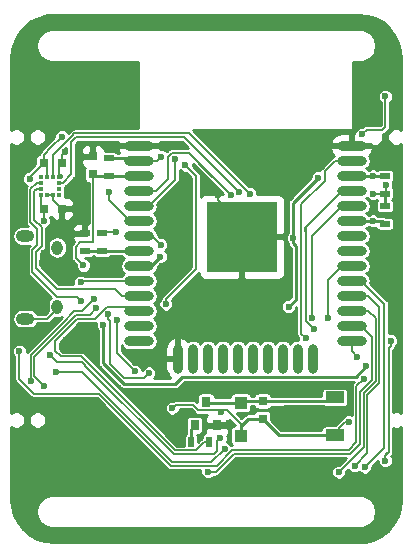
<source format=gbr>
G04 #@! TF.GenerationSoftware,KiCad,Pcbnew,(5.0.0)*
G04 #@! TF.CreationDate,2019-12-04T16:08:42-05:00*
G04 #@! TF.ProjectId,Watchy,5761746368792E6B696361645F706362,rev?*
G04 #@! TF.SameCoordinates,Original*
G04 #@! TF.FileFunction,Copper,L1,Top,Signal*
G04 #@! TF.FilePolarity,Positive*
%FSLAX46Y46*%
G04 Gerber Fmt 4.6, Leading zero omitted, Abs format (unit mm)*
G04 Created by KiCad (PCBNEW (5.0.0)) date 12/04/19 16:08:42*
%MOMM*%
%LPD*%
G01*
G04 APERTURE LIST*
G04 #@! TA.AperFunction,SMDPad,CuDef*
%ADD10O,2.500000X0.900000*%
G04 #@! TD*
G04 #@! TA.AperFunction,SMDPad,CuDef*
%ADD11O,0.900000X2.500000*%
G04 #@! TD*
G04 #@! TA.AperFunction,SMDPad,CuDef*
%ADD12R,6.000000X6.000000*%
G04 #@! TD*
G04 #@! TA.AperFunction,SMDPad,CuDef*
%ADD13R,0.750000X0.800000*%
G04 #@! TD*
G04 #@! TA.AperFunction,SMDPad,CuDef*
%ADD14R,0.800000X0.750000*%
G04 #@! TD*
G04 #@! TA.AperFunction,SMDPad,CuDef*
%ADD15R,1.100000X1.100000*%
G04 #@! TD*
G04 #@! TA.AperFunction,SMDPad,CuDef*
%ADD16R,0.800000X0.900000*%
G04 #@! TD*
G04 #@! TA.AperFunction,SMDPad,CuDef*
%ADD17R,0.900000X0.500000*%
G04 #@! TD*
G04 #@! TA.AperFunction,SMDPad,CuDef*
%ADD18R,0.500000X0.900000*%
G04 #@! TD*
G04 #@! TA.AperFunction,SMDPad,CuDef*
%ADD19R,0.375000X0.350000*%
G04 #@! TD*
G04 #@! TA.AperFunction,SMDPad,CuDef*
%ADD20R,0.350000X0.375000*%
G04 #@! TD*
G04 #@! TA.AperFunction,ComponentPad*
%ADD21O,0.950000X1.250000*%
G04 #@! TD*
G04 #@! TA.AperFunction,ComponentPad*
%ADD22O,1.550000X1.000000*%
G04 #@! TD*
G04 #@! TA.AperFunction,SMDPad,CuDef*
%ADD23R,1.600000X1.000000*%
G04 #@! TD*
G04 #@! TA.AperFunction,ViaPad*
%ADD24C,0.600000*%
G04 #@! TD*
G04 #@! TA.AperFunction,Conductor*
%ADD25C,0.152400*%
G04 #@! TD*
G04 #@! TA.AperFunction,Conductor*
%ADD26C,0.250000*%
G04 #@! TD*
G04 #@! TA.AperFunction,Conductor*
%ADD27C,0.254000*%
G04 #@! TD*
G04 APERTURE END LIST*
D10*
G04 #@! TO.P,U1,38*
G04 #@! TO.N,GND*
X97920000Y-82650000D03*
G04 #@! TO.P,U1,37*
G04 #@! TO.N,MOSI*
X97920000Y-83920000D03*
G04 #@! TO.P,U1,36*
G04 #@! TO.N,SCL*
X97920000Y-85190000D03*
G04 #@! TO.P,U1,35*
G04 #@! TO.N,TX*
X97920000Y-86460000D03*
G04 #@! TO.P,U1,34*
G04 #@! TO.N,RX*
X97920000Y-87730000D03*
G04 #@! TO.P,U1,33*
G04 #@! TO.N,SDA*
X97920000Y-89000000D03*
G04 #@! TO.P,U1,32*
G04 #@! TO.N,Net-(U1-Pad32)*
X97920000Y-90270000D03*
G04 #@! TO.P,U1,31*
G04 #@! TO.N,Net-(U1-Pad31)*
X97920000Y-91540000D03*
G04 #@! TO.P,U1,30*
G04 #@! TO.N,SCK*
X97920000Y-92810000D03*
G04 #@! TO.P,U1,29*
G04 #@! TO.N,SS*
X97920000Y-94080000D03*
G04 #@! TO.P,U1,28*
G04 #@! TO.N,DC*
X97920000Y-95350000D03*
G04 #@! TO.P,U1,27*
G04 #@! TO.N,RES*
X97920000Y-96620000D03*
G04 #@! TO.P,U1,26*
G04 #@! TO.N,BUSY*
X97920000Y-97890000D03*
G04 #@! TO.P,U1,25*
G04 #@! TO.N,GPIO0*
X97920000Y-99160000D03*
D11*
G04 #@! TO.P,U1,24*
G04 #@! TO.N,Net-(U1-Pad24)*
X94635000Y-100650000D03*
G04 #@! TO.P,U1,23*
G04 #@! TO.N,Net-(U1-Pad23)*
X93365000Y-100650000D03*
G04 #@! TO.P,U1,22*
G04 #@! TO.N,Net-(U1-Pad22)*
X92095000Y-100650000D03*
G04 #@! TO.P,U1,21*
G04 #@! TO.N,Net-(U1-Pad21)*
X90825000Y-100650000D03*
G04 #@! TO.P,U1,20*
G04 #@! TO.N,Net-(U1-Pad20)*
X89555000Y-100650000D03*
G04 #@! TO.P,U1,19*
G04 #@! TO.N,Net-(U1-Pad19)*
X88285000Y-100650000D03*
G04 #@! TO.P,U1,18*
G04 #@! TO.N,Net-(U1-Pad18)*
X87015000Y-100650000D03*
G04 #@! TO.P,U1,17*
G04 #@! TO.N,Net-(U1-Pad17)*
X85745000Y-100650000D03*
G04 #@! TO.P,U1,16*
G04 #@! TO.N,Net-(U1-Pad16)*
X84475000Y-100650000D03*
G04 #@! TO.P,U1,15*
G04 #@! TO.N,GND*
X83205000Y-100650000D03*
D10*
G04 #@! TO.P,U1,14*
G04 #@! TO.N,Net-(U1-Pad14)*
X79920000Y-99160000D03*
G04 #@! TO.P,U1,13*
G04 #@! TO.N,Net-(U1-Pad13)*
X79920000Y-97890000D03*
G04 #@! TO.P,U1,12*
G04 #@! TO.N,VIB_PWM*
X79920000Y-96620000D03*
G04 #@! TO.P,U1,11*
G04 #@! TO.N,ACC_INT_2*
X79920000Y-95350000D03*
G04 #@! TO.P,U1,10*
G04 #@! TO.N,ACC_INT_1*
X79920000Y-94080000D03*
G04 #@! TO.P,U1,9*
G04 #@! TO.N,RTC_INT*
X79920000Y-92810000D03*
G04 #@! TO.P,U1,8*
G04 #@! TO.N,ADC*
X79920000Y-91540000D03*
G04 #@! TO.P,U1,7*
G04 #@! TO.N,BTN_4*
X79920000Y-90270000D03*
G04 #@! TO.P,U1,6*
G04 #@! TO.N,BTN_3*
X79920000Y-89000000D03*
G04 #@! TO.P,U1,5*
G04 #@! TO.N,BTN_2*
X79920000Y-87730000D03*
G04 #@! TO.P,U1,4*
G04 #@! TO.N,BTN_1*
X79920000Y-86460000D03*
G04 #@! TO.P,U1,3*
G04 #@! TO.N,EN*
X79920000Y-85190000D03*
G04 #@! TO.P,U1,2*
G04 #@! TO.N,+3V3*
X79920000Y-83920000D03*
G04 #@! TO.P,U1,1*
G04 #@! TO.N,GND*
X79920000Y-82650000D03*
D12*
G04 #@! TO.P,U1,39*
X88620000Y-90350000D03*
G04 #@! TD*
D13*
G04 #@! TO.P,C3,1*
G04 #@! TO.N,EN*
X75990000Y-85040000D03*
G04 #@! TO.P,C3,2*
G04 #@! TO.N,GND*
X75990000Y-83540000D03*
G04 #@! TD*
D14*
G04 #@! TO.P,C18,2*
G04 #@! TO.N,+3V3*
X71880000Y-84060000D03*
G04 #@! TO.P,C18,1*
G04 #@! TO.N,GND*
X73380000Y-84060000D03*
G04 #@! TD*
D13*
G04 #@! TO.P,C21,2*
G04 #@! TO.N,Net-(C21-Pad2)*
X90380000Y-104250000D03*
G04 #@! TO.P,C21,1*
G04 #@! TO.N,+3V3*
X90380000Y-105750000D03*
G04 #@! TD*
D15*
G04 #@! TO.P,D6,1*
G04 #@! TO.N,+3V3*
X88530000Y-107200000D03*
G04 #@! TO.P,D6,2*
G04 #@! TO.N,Net-(C21-Pad2)*
X88530000Y-104400000D03*
G04 #@! TD*
D16*
G04 #@! TO.P,Q4,3*
G04 #@! TO.N,Net-(C21-Pad2)*
X85580000Y-104300000D03*
G04 #@! TO.P,Q4,2*
G04 #@! TO.N,GND*
X86530000Y-106300000D03*
G04 #@! TO.P,Q4,1*
G04 #@! TO.N,Net-(Q4-Pad1)*
X84630000Y-106300000D03*
G04 #@! TD*
D17*
G04 #@! TO.P,R2,1*
G04 #@! TO.N,+3V3*
X77390000Y-83690000D03*
G04 #@! TO.P,R2,2*
G04 #@! TO.N,EN*
X77390000Y-85190000D03*
G04 #@! TD*
G04 #@! TO.P,R9,1*
G04 #@! TO.N,+3V3*
X100740000Y-87740000D03*
G04 #@! TO.P,R9,2*
G04 #@! TO.N,SDA*
X100740000Y-89240000D03*
G04 #@! TD*
G04 #@! TO.P,R10,1*
G04 #@! TO.N,+BATT*
X76790000Y-90040000D03*
G04 #@! TO.P,R10,2*
G04 #@! TO.N,ADC*
X76790000Y-91540000D03*
G04 #@! TD*
G04 #@! TO.P,R11,2*
G04 #@! TO.N,GND*
X75340000Y-90040000D03*
G04 #@! TO.P,R11,1*
G04 #@! TO.N,ADC*
X75340000Y-91540000D03*
G04 #@! TD*
D18*
G04 #@! TO.P,R16,2*
G04 #@! TO.N,VIB_PWM*
X85830000Y-107750000D03*
G04 #@! TO.P,R16,1*
G04 #@! TO.N,Net-(Q4-Pad1)*
X84330000Y-107750000D03*
G04 #@! TD*
D19*
G04 #@! TO.P,U4,12*
G04 #@! TO.N,SCL*
X73142500Y-85760000D03*
G04 #@! TO.P,U4,11*
G04 #@! TO.N,Net-(U4-Pad11)*
X73142500Y-86260000D03*
G04 #@! TO.P,U4,6*
G04 #@! TO.N,ACC_INT_2*
X71617500Y-86260000D03*
G04 #@! TO.P,U4,5*
G04 #@! TO.N,ACC_INT_1*
X71617500Y-85760000D03*
D20*
G04 #@! TO.P,U4,10*
G04 #@! TO.N,Net-(U4-Pad10)*
X73130000Y-86772500D03*
G04 #@! TO.P,U4,1*
G04 #@! TO.N,GND*
X73130000Y-85247500D03*
G04 #@! TO.P,U4,7*
G04 #@! TO.N,+3V3*
X71630000Y-86772500D03*
G04 #@! TO.P,U4,4*
G04 #@! TO.N,Net-(U4-Pad4)*
X71630000Y-85247500D03*
G04 #@! TO.P,U4,8*
G04 #@! TO.N,GND*
X72130000Y-86772500D03*
G04 #@! TO.P,U4,9*
X72630000Y-86772500D03*
G04 #@! TO.P,U4,3*
G04 #@! TO.N,+3V3*
X72130000Y-85247500D03*
G04 #@! TO.P,U4,2*
G04 #@! TO.N,SDA*
X72630000Y-85247500D03*
G04 #@! TD*
D14*
G04 #@! TO.P,C15,1*
G04 #@! TO.N,GND*
X73380000Y-87960000D03*
G04 #@! TO.P,C15,2*
G04 #@! TO.N,+3V3*
X71880000Y-87960000D03*
G04 #@! TD*
D21*
G04 #@! TO.P,J2,6*
G04 #@! TO.N,Net-(J2-Pad6)*
X73000000Y-96270000D03*
X73000000Y-91270000D03*
D22*
X70300000Y-97270000D03*
X70300000Y-90270000D03*
G04 #@! TD*
D17*
G04 #@! TO.P,R8,1*
G04 #@! TO.N,+3V3*
X100740000Y-86690000D03*
G04 #@! TO.P,R8,2*
G04 #@! TO.N,SCL*
X100740000Y-85190000D03*
G04 #@! TD*
D23*
G04 #@! TO.P,M1,2*
G04 #@! TO.N,Net-(C21-Pad2)*
X96480000Y-103950000D03*
G04 #@! TO.P,M1,1*
G04 #@! TO.N,+3V3*
X96480000Y-107150000D03*
G04 #@! TD*
D24*
G04 #@! TO.N,GND*
X77390000Y-82740000D03*
X83130000Y-97180000D03*
X84610000Y-97160000D03*
X87270000Y-97110000D03*
X88500000Y-96190000D03*
X96110000Y-82260000D03*
X95210000Y-83300000D03*
X88620000Y-90350000D03*
X92440000Y-93220000D03*
X92600000Y-97550000D03*
X74880000Y-85320000D03*
X82300000Y-102030000D03*
X87540000Y-106120000D03*
X69670000Y-85270000D03*
X72120000Y-78440000D03*
X74110000Y-80980000D03*
X74820000Y-83110000D03*
X71890000Y-91680000D03*
X71720000Y-92600000D03*
X73643777Y-83143777D03*
X86603533Y-86820360D03*
X73710000Y-99090000D03*
X87540000Y-106120000D03*
X96280000Y-105590000D03*
X83310000Y-106930000D03*
X83310000Y-105780000D03*
X81260000Y-105480000D03*
X82000000Y-106460000D03*
G04 #@! TO.N,EN*
X75200000Y-92750000D03*
X71850000Y-102950000D03*
X76305447Y-96395546D03*
G04 #@! TO.N,+3V3*
X81790000Y-83560000D03*
X82190000Y-96040000D03*
X83820000Y-84280000D03*
X82730000Y-104850000D03*
X99720000Y-86680000D03*
X86830000Y-105160000D03*
X73390000Y-81870000D03*
X100822401Y-85930000D03*
X70650000Y-85430000D03*
X71859438Y-88988029D03*
X97730698Y-105996856D03*
G04 #@! TO.N,VBUS*
X76882437Y-97780026D03*
X99130000Y-101320000D03*
G04 #@! TO.N,BUSY*
X85750000Y-110243410D03*
G04 #@! TO.N,RES*
X96830000Y-110267853D03*
G04 #@! TO.N,DC*
X98167212Y-109734766D03*
G04 #@! TO.N,MOSI*
X94020000Y-98930000D03*
G04 #@! TO.N,SCK*
X95930000Y-97247400D03*
G04 #@! TO.N,SS*
X99030000Y-109850000D03*
G04 #@! TO.N,RESE*
X77325439Y-96905439D03*
X80762600Y-101862411D03*
G04 #@! TO.N,GDR*
X79560000Y-101735000D03*
X79560000Y-101735000D03*
X78030000Y-97370000D03*
G04 #@! TO.N,GPIO0*
X69780000Y-100010000D03*
X98400000Y-100500000D03*
X98930000Y-102380000D03*
G04 #@! TO.N,SDA*
X99720000Y-89000000D03*
X89300000Y-86690000D03*
G04 #@! TO.N,SCL*
X99730000Y-85190000D03*
X88400000Y-86560000D03*
G04 #@! TO.N,BTN_1*
X100760000Y-109300000D03*
X87699112Y-86833612D03*
X101220000Y-99150000D03*
G04 #@! TO.N,BTN_2*
X82948625Y-83774825D03*
X98780000Y-81670000D03*
X100760000Y-78450000D03*
G04 #@! TO.N,BTN_3*
X77350000Y-86520000D03*
G04 #@! TO.N,+BATT*
X77970000Y-89980000D03*
X95100000Y-85330000D03*
X92970000Y-90460000D03*
X92580000Y-96260000D03*
G04 #@! TO.N,BTN_4*
X81750000Y-91020000D03*
X70735572Y-102592795D03*
X76078600Y-95626784D03*
G04 #@! TO.N,RTC_INT*
X81710000Y-92030000D03*
G04 #@! TO.N,TX*
X72864301Y-101774292D03*
X94690000Y-98110000D03*
X87166223Y-108296223D03*
G04 #@! TO.N,RX*
X72383428Y-100328600D03*
X94580000Y-97247400D03*
X86788977Y-107369320D03*
G04 #@! TO.N,ACC_INT_1*
X74992496Y-95770928D03*
X74970000Y-94200000D03*
G04 #@! TD*
D25*
G04 #@! TO.N,GND*
X72130000Y-86772500D02*
X72630000Y-86772500D01*
X72630000Y-87210000D02*
X73380000Y-87960000D01*
X72630000Y-86772500D02*
X72630000Y-87210000D01*
X96127600Y-82260000D02*
X96110000Y-82260000D01*
X97920000Y-82650000D02*
X96517600Y-82650000D01*
X96517600Y-82650000D02*
X96127600Y-82260000D01*
X86710000Y-106120000D02*
X86530000Y-106300000D01*
X87540000Y-106120000D02*
X86710000Y-106120000D01*
X73380000Y-84060000D02*
X73380000Y-83407554D01*
X73380000Y-83407554D02*
X73643777Y-83143777D01*
X86610000Y-88340000D02*
X88620000Y-90350000D01*
X88620000Y-89261091D02*
X88620000Y-90350000D01*
X86603533Y-87244624D02*
X88620000Y-89261091D01*
X86603533Y-86820360D02*
X86603533Y-87244624D01*
X73130000Y-84310000D02*
X73380000Y-84060000D01*
X73130000Y-85247500D02*
X73130000Y-84310000D01*
D26*
G04 #@! TO.N,EN*
X78420000Y-85190000D02*
X77390000Y-85190000D01*
X79920000Y-85190000D02*
X78420000Y-85190000D01*
X76140000Y-85190000D02*
X75990000Y-85040000D01*
X77390000Y-85190000D02*
X76140000Y-85190000D01*
D25*
X76060000Y-85110000D02*
X75990000Y-85040000D01*
X76060000Y-90734264D02*
X76060000Y-85110000D01*
X75984264Y-90810000D02*
X76060000Y-90734264D01*
X74958518Y-90810000D02*
X74560000Y-91208518D01*
X75900000Y-90810000D02*
X74958518Y-90810000D01*
X75900000Y-90810000D02*
X75984264Y-90810000D01*
X75560000Y-90810000D02*
X75900000Y-90810000D01*
X74560000Y-91208518D02*
X74560000Y-92110000D01*
X74560000Y-92110000D02*
X75200000Y-92750000D01*
X74580000Y-96960000D02*
X75276200Y-96960000D01*
X71270000Y-100256960D02*
X71746960Y-99780000D01*
X71746960Y-99780000D02*
X71760000Y-99780000D01*
X72708818Y-98831183D02*
X72708798Y-98818163D01*
X71040382Y-100499618D02*
X72708818Y-98831183D01*
X71760000Y-99780000D02*
X72708798Y-98818163D01*
X72708798Y-98818163D02*
X74580000Y-96960000D01*
X71040382Y-100499618D02*
X71040382Y-102140382D01*
X71040382Y-102140382D02*
X71850000Y-102950000D01*
X75740993Y-96960000D02*
X74580000Y-96960000D01*
X76305447Y-96395546D02*
X75740993Y-96960000D01*
D26*
G04 #@! TO.N,+3V3*
X90380000Y-105750000D02*
X90380000Y-105800000D01*
X100740000Y-86690000D02*
X100740000Y-87740000D01*
D25*
X71630000Y-87710000D02*
X71880000Y-87960000D01*
X71630000Y-86772500D02*
X71630000Y-87710000D01*
X72130000Y-84310000D02*
X72130000Y-85247500D01*
X71880000Y-84060000D02*
X72130000Y-84310000D01*
D26*
X79690000Y-83690000D02*
X79920000Y-83920000D01*
X77390000Y-83690000D02*
X79690000Y-83690000D01*
D25*
X71880000Y-83380000D02*
X71880000Y-84060000D01*
X72500000Y-82760000D02*
X71880000Y-83380000D01*
X81430000Y-83920000D02*
X79920000Y-83920000D01*
X81790000Y-83560000D02*
X81430000Y-83920000D01*
X71820000Y-88020000D02*
X71880000Y-87960000D01*
X82190000Y-95615736D02*
X84730000Y-93075736D01*
X82190000Y-96040000D02*
X82190000Y-95615736D01*
X84730000Y-93075736D02*
X84730000Y-85190000D01*
X84730000Y-85190000D02*
X83820000Y-84280000D01*
D26*
X88530000Y-107200000D02*
X88530000Y-106560000D01*
D25*
X100730000Y-86680000D02*
X100740000Y-86690000D01*
X99720000Y-86680000D02*
X100730000Y-86680000D01*
X73390000Y-81870000D02*
X72500000Y-82760000D01*
X82730000Y-104850000D02*
X83029999Y-104550001D01*
X83029999Y-104550001D02*
X83590000Y-104550001D01*
X88530000Y-106220000D02*
X88530000Y-107200000D01*
D26*
X88530000Y-106400000D02*
X88530000Y-107200000D01*
X90380000Y-105750000D02*
X89180000Y-105750000D01*
X89180000Y-105750000D02*
X88530000Y-106400000D01*
D25*
X87340000Y-105030000D02*
X88530000Y-106220000D01*
X84930000Y-105030000D02*
X86840000Y-105030000D01*
X86840000Y-105030000D02*
X87340000Y-105030000D01*
D26*
X90380000Y-105775000D02*
X90380000Y-105750000D01*
X91765000Y-107160000D02*
X90380000Y-105775000D01*
X96850000Y-107160000D02*
X91765000Y-107160000D01*
D25*
X100822401Y-86607599D02*
X100740000Y-86690000D01*
X100822401Y-85930000D02*
X100822401Y-86607599D01*
X70650000Y-85265000D02*
X70650000Y-85430000D01*
X71855000Y-84060000D02*
X70650000Y-85265000D01*
X71880000Y-84060000D02*
X71855000Y-84060000D01*
X71859438Y-87980562D02*
X71880000Y-87960000D01*
X71859438Y-88988029D02*
X71859438Y-87980562D01*
X83590000Y-104550001D02*
X84320001Y-104550001D01*
X83590000Y-104550001D02*
X84450001Y-104550001D01*
X84450001Y-104550001D02*
X84930000Y-105030000D01*
X83029999Y-104550001D02*
X84160001Y-104550001D01*
X97360744Y-105996856D02*
X97730698Y-105996856D01*
X96850000Y-107160000D02*
X96850000Y-106507600D01*
X96850000Y-106507600D02*
X97360744Y-105996856D01*
D26*
G04 #@! TO.N,VBUS*
X76882437Y-101017425D02*
X77365012Y-101500000D01*
X76882437Y-97780026D02*
X76882437Y-101017425D01*
X77365012Y-101500000D02*
X78650013Y-102785001D01*
X98272590Y-102177410D02*
X83592590Y-102177410D01*
X99130000Y-101320000D02*
X98272590Y-102177410D01*
X82984999Y-102785001D02*
X81150000Y-102785001D01*
X83592590Y-102177410D02*
X82984999Y-102785001D01*
X78650013Y-102785001D02*
X81150000Y-102785001D01*
X81150000Y-102785001D02*
X81684999Y-102785001D01*
D25*
G04 #@! TO.N,BUSY*
X98720000Y-97890000D02*
X99658601Y-98828601D01*
X97920000Y-97890000D02*
X98720000Y-97890000D01*
X99658601Y-102433729D02*
X98634810Y-103457520D01*
X99658601Y-102200000D02*
X99658601Y-102433729D01*
X99658601Y-98828601D02*
X99658601Y-102200000D01*
X98634810Y-103457520D02*
X98634810Y-107730000D01*
X98634809Y-107856257D02*
X97786256Y-108704810D01*
X98634810Y-107730000D02*
X98634809Y-107856257D01*
X97786256Y-108704810D02*
X87936256Y-108704810D01*
X87936256Y-108704810D02*
X86397656Y-110243410D01*
X86397656Y-110243410D02*
X85750000Y-110243410D01*
G04 #@! TO.N,RES*
X97920000Y-96620000D02*
X98720000Y-96620000D01*
X99963411Y-97261011D02*
X99963411Y-98702345D01*
X97920000Y-96620000D02*
X99322400Y-96620000D01*
X99322400Y-96620000D02*
X99963411Y-97261011D01*
X99963411Y-98702345D02*
X99963411Y-101690000D01*
X99963410Y-102559986D02*
X98939620Y-103583776D01*
X99963411Y-102060000D02*
X99963410Y-102559986D01*
X99963411Y-102060000D02*
X99963411Y-102200000D01*
X99963411Y-101690000D02*
X99963411Y-102060000D01*
X98939620Y-108158233D02*
X96830000Y-110267853D01*
X98939620Y-107020000D02*
X98939620Y-108158233D01*
X98939620Y-107020000D02*
X98939620Y-107100000D01*
X98939620Y-103583776D02*
X98939620Y-107020000D01*
G04 #@! TO.N,DC*
X100268221Y-96295821D02*
X100268221Y-98576089D01*
X97920000Y-95350000D02*
X99322400Y-95350000D01*
X99322400Y-95350000D02*
X100268221Y-96295821D01*
X100268221Y-101500000D02*
X100268221Y-101750000D01*
X100268221Y-98576089D02*
X100268221Y-101500000D01*
X100268221Y-101980000D02*
X100268221Y-101500000D01*
X100268219Y-102686243D02*
X100268221Y-101980000D01*
X99244430Y-103710032D02*
X100268219Y-102686243D01*
X98167212Y-109734766D02*
X99244430Y-108657548D01*
X99244430Y-108657548D02*
X99244430Y-103710032D01*
G04 #@! TO.N,MOSI*
X95628601Y-85583729D02*
X93640000Y-87572330D01*
X96517600Y-83920000D02*
X95628601Y-84808999D01*
X97920000Y-83920000D02*
X96517600Y-83920000D01*
X95628601Y-84808999D02*
X95628601Y-85583729D01*
X93640000Y-98550000D02*
X94020000Y-98930000D01*
X93640000Y-87572330D02*
X93640000Y-98550000D01*
G04 #@! TO.N,SCK*
X96240000Y-93690000D02*
X97120000Y-92810000D01*
X97120000Y-92810000D02*
X97920000Y-92810000D01*
X97120000Y-92810000D02*
X95930000Y-94000000D01*
X95930000Y-94000000D02*
X95930000Y-97247400D01*
G04 #@! TO.N,SS*
X98720000Y-94080000D02*
X100670000Y-96030000D01*
X97920000Y-94080000D02*
X98720000Y-94080000D01*
X100670000Y-107910000D02*
X100670000Y-106750000D01*
X100670000Y-96030000D02*
X100670000Y-106750000D01*
X100670000Y-108210000D02*
X99030000Y-109850000D01*
X100670000Y-107120000D02*
X100670000Y-108210000D01*
X100670000Y-107120000D02*
X100670000Y-107540000D01*
X100670000Y-106750000D02*
X100670000Y-107120000D01*
G04 #@! TO.N,RESE*
X77501399Y-97505663D02*
X77501399Y-101136307D01*
X77325439Y-97329703D02*
X77501399Y-97505663D01*
X77501399Y-101136307D02*
X78625092Y-102260000D01*
X77325439Y-96905439D02*
X77325439Y-97329703D01*
X78628693Y-102263601D02*
X78625092Y-102260000D01*
X80361410Y-102263601D02*
X78628693Y-102263601D01*
X80762600Y-101862411D02*
X80361410Y-102263601D01*
G04 #@! TO.N,GDR*
X79560000Y-101735000D02*
X78030000Y-100205000D01*
X78030000Y-100205000D02*
X78030000Y-97370000D01*
G04 #@! TO.N,Net-(J2-Pad6)*
X73000000Y-96420000D02*
X73000000Y-96270000D01*
X72150000Y-97270000D02*
X73000000Y-96420000D01*
X70300000Y-97270000D02*
X72150000Y-97270000D01*
G04 #@! TO.N,GPIO0*
X97920000Y-99160000D02*
X97920000Y-100020000D01*
X97920000Y-100020000D02*
X98400000Y-100500000D01*
X98330000Y-107730000D02*
X98330000Y-102980000D01*
X97660000Y-108400000D02*
X98330000Y-107730000D01*
X69780000Y-100010000D02*
X69780000Y-102384778D01*
X71015222Y-103620000D02*
X76510000Y-103620000D01*
X87810000Y-108400000D02*
X97660000Y-108400000D01*
X76510000Y-103620000D02*
X82604810Y-109714810D01*
X82604810Y-109714810D02*
X86495190Y-109714810D01*
X98330000Y-102980000D02*
X98930000Y-102380000D01*
X69780000Y-102384778D02*
X71015222Y-103620000D01*
X86495190Y-109714810D02*
X87810000Y-108400000D01*
D26*
G04 #@! TO.N,SDA*
X100500000Y-89000000D02*
X100740000Y-89240000D01*
X97920000Y-89000000D02*
X99720000Y-89000000D01*
X99720000Y-89000000D02*
X100500000Y-89000000D01*
D25*
X72630000Y-85247500D02*
X72630000Y-83410000D01*
X72630000Y-83410000D02*
X74210000Y-81830000D01*
X74210000Y-81830000D02*
X74210000Y-81820000D01*
X74210000Y-81820000D02*
X74450000Y-81580000D01*
X74450000Y-81580000D02*
X84190000Y-81580000D01*
X84550000Y-81940000D02*
X89300000Y-86690000D01*
X84190000Y-81580000D02*
X84550000Y-81940000D01*
D26*
G04 #@! TO.N,SCL*
X99730000Y-85190000D02*
X100740000Y-85190000D01*
X97920000Y-85190000D02*
X99730000Y-85190000D01*
D25*
X83724810Y-81884810D02*
X88400000Y-86560000D01*
X74597600Y-81884810D02*
X83724810Y-81884810D01*
X74178601Y-82303809D02*
X74597600Y-81884810D01*
X74178601Y-85063799D02*
X74178601Y-82303809D01*
X73482400Y-85760000D02*
X74178601Y-85063799D01*
X73142500Y-85760000D02*
X73482400Y-85760000D01*
G04 #@! TO.N,BTN_1*
X79920000Y-86460000D02*
X81322400Y-86460000D01*
X81322400Y-86460000D02*
X82340000Y-85442400D01*
X82340000Y-85442400D02*
X82340000Y-83601120D01*
X82340000Y-83601120D02*
X82694896Y-83246224D01*
X85020001Y-84154501D02*
X87699112Y-86833612D01*
X84111724Y-83246224D02*
X87699112Y-86833612D01*
X83300000Y-83246224D02*
X84111724Y-83246224D01*
X82694896Y-83246224D02*
X83300000Y-83246224D01*
X100760000Y-108875736D02*
X100950000Y-108685736D01*
X101220000Y-99574264D02*
X101050000Y-99744264D01*
X101220000Y-99150000D02*
X101220000Y-99574264D01*
X100760000Y-108875736D02*
X100760000Y-109300000D01*
X101050000Y-108585736D02*
X100760000Y-108875736D01*
X101050000Y-99744264D02*
X101050000Y-108585736D01*
G04 #@! TO.N,BTN_2*
X79920000Y-87730000D02*
X80720000Y-87730000D01*
X80720000Y-87730000D02*
X82948625Y-85501375D01*
X82948625Y-85501375D02*
X82948625Y-83774825D01*
X99178601Y-81271399D02*
X100531399Y-81271399D01*
X98780000Y-81670000D02*
X99178601Y-81271399D01*
X100531399Y-81271399D02*
X100772798Y-81030000D01*
X100772798Y-81030000D02*
X100772798Y-78462798D01*
X100772798Y-78462798D02*
X100760000Y-78450000D01*
G04 #@! TO.N,BTN_3*
X77350000Y-87230000D02*
X77350000Y-86520000D01*
X79120000Y-89000000D02*
X77350000Y-87230000D01*
X79920000Y-89000000D02*
X79120000Y-89000000D01*
G04 #@! TO.N,+BATT*
X76850000Y-89980000D02*
X76790000Y-90040000D01*
X77970000Y-89980000D02*
X76850000Y-89980000D01*
D26*
X95100000Y-85330000D02*
X92970000Y-87460000D01*
X92970000Y-87460000D02*
X92970000Y-90460000D01*
X92970000Y-90884264D02*
X93240000Y-91154264D01*
X92970000Y-90460000D02*
X92970000Y-90884264D01*
X93240000Y-91154264D02*
X93240000Y-95600000D01*
X93240000Y-95600000D02*
X92580000Y-96260000D01*
G04 #@! TO.N,Net-(C21-Pad2)*
X90410000Y-104280000D02*
X90380000Y-104250000D01*
X92060000Y-104280000D02*
X90410000Y-104280000D01*
X88680000Y-104250000D02*
X88530000Y-104400000D01*
X90380000Y-104250000D02*
X88680000Y-104250000D01*
X85680000Y-104400000D02*
X85580000Y-104300000D01*
X88530000Y-104400000D02*
X85680000Y-104400000D01*
X96560000Y-104250000D02*
X96850000Y-103960000D01*
X90380000Y-104250000D02*
X96560000Y-104250000D01*
G04 #@! TO.N,Net-(Q4-Pad1)*
X84330000Y-106600000D02*
X84630000Y-106300000D01*
X84330000Y-107750000D02*
X84330000Y-106600000D01*
D25*
G04 #@! TO.N,BTN_4*
X81000000Y-90270000D02*
X79920000Y-90270000D01*
X81750000Y-91020000D02*
X81000000Y-90270000D01*
X70735572Y-102592795D02*
X70735572Y-100360322D01*
X74440704Y-96655190D02*
X75059368Y-96655190D01*
X73475894Y-97620000D02*
X74440704Y-96655190D01*
X70735572Y-100360322D02*
X73475894Y-97620000D01*
X75050194Y-96655190D02*
X74440704Y-96655190D01*
X76078600Y-95626784D02*
X75050194Y-96655190D01*
D26*
G04 #@! TO.N,ADC*
X79920000Y-91540000D02*
X76790000Y-91540000D01*
X76790000Y-91540000D02*
X75340000Y-91540000D01*
G04 #@! TO.N,RTC_INT*
X80930000Y-92810000D02*
X79920000Y-92810000D01*
X81710000Y-92030000D02*
X80930000Y-92810000D01*
D25*
G04 #@! TO.N,VIB_PWM*
X85427600Y-107750000D02*
X85830000Y-107750000D01*
X84748999Y-108428601D02*
X85427600Y-107750000D01*
X82989667Y-108428601D02*
X84748999Y-108428601D01*
X75031066Y-100470000D02*
X82989667Y-108428601D01*
X74440000Y-100470000D02*
X75031066Y-100470000D01*
X73710000Y-100470000D02*
X74440000Y-100470000D01*
X72830000Y-99141066D02*
X73062546Y-98908520D01*
X73280000Y-100470000D02*
X72830000Y-100020000D01*
X74440000Y-100470000D02*
X73280000Y-100470000D01*
X72830000Y-99510000D02*
X72830000Y-99141066D01*
X72830000Y-100020000D02*
X72830000Y-99510000D01*
X79560000Y-96260000D02*
X79920000Y-96620000D01*
X77223323Y-96260000D02*
X79560000Y-96260000D01*
X76218513Y-97264810D02*
X77223323Y-96260000D01*
X72830000Y-99141066D02*
X74706256Y-97264810D01*
X74706256Y-97264810D02*
X76218513Y-97264810D01*
G04 #@! TO.N,TX*
X93944810Y-89635190D02*
X93944810Y-89871724D01*
X97120000Y-86460000D02*
X93944810Y-89635190D01*
X97920000Y-86460000D02*
X97120000Y-86460000D01*
X94051399Y-97471399D02*
X94690000Y-98110000D01*
X97120000Y-86460000D02*
X94051399Y-89528601D01*
X94051399Y-89528601D02*
X94051399Y-97471399D01*
X72864301Y-101774292D02*
X73288565Y-101774292D01*
X73288565Y-101774292D02*
X73294273Y-101780000D01*
X73294273Y-101780000D02*
X75101066Y-101780000D01*
X75101066Y-101780000D02*
X82731066Y-109410000D01*
X86052446Y-109410000D02*
X87166223Y-108296223D01*
X85010000Y-109410000D02*
X86052446Y-109410000D01*
X85010000Y-109410000D02*
X85760000Y-109410000D01*
X82731066Y-109410000D02*
X85010000Y-109410000D01*
G04 #@! TO.N,RX*
X75075822Y-100945822D02*
X75460000Y-101330000D01*
X75460000Y-101330000D02*
X75239999Y-101109999D01*
X73000650Y-100945822D02*
X72383428Y-100328600D01*
X74730000Y-100945822D02*
X73000650Y-100945822D01*
X74730000Y-100945822D02*
X75075822Y-100945822D01*
X74240000Y-100945822D02*
X74730000Y-100945822D01*
X94580000Y-90270000D02*
X94580000Y-97247400D01*
X97920000Y-87730000D02*
X97120000Y-87730000D01*
X97120000Y-87730000D02*
X94580000Y-90270000D01*
X86488978Y-107669319D02*
X86788977Y-107369320D01*
X86488978Y-108501022D02*
X86488978Y-107669319D01*
X86256589Y-108733411D02*
X86488978Y-108501022D01*
X82863411Y-108733411D02*
X86256589Y-108733411D01*
X75460000Y-101330000D02*
X82863411Y-108733411D01*
G04 #@! TO.N,ACC_INT_2*
X71277600Y-86260000D02*
X71030000Y-86507600D01*
X71617500Y-86260000D02*
X71277600Y-86260000D01*
X71030000Y-87590000D02*
X71030000Y-87740000D01*
X71030000Y-86507600D02*
X71030000Y-87590000D01*
X71030000Y-88960000D02*
X71030000Y-87590000D01*
X71672706Y-89528601D02*
X71030000Y-88960000D01*
X71674810Y-89530705D02*
X71672706Y-89528601D01*
X71674810Y-91106256D02*
X71674810Y-89530705D01*
X79920000Y-95350000D02*
X78517600Y-95350000D01*
X77896201Y-94728601D02*
X72960617Y-94728601D01*
X78517600Y-95350000D02*
X77896201Y-94728601D01*
X71191399Y-92959383D02*
X72960617Y-94728601D01*
X71191399Y-91589667D02*
X71191399Y-92959383D01*
X71674810Y-91106256D02*
X71191399Y-91589667D01*
G04 #@! TO.N,ACC_INT_1*
X76400000Y-94080000D02*
X75552756Y-94080000D01*
X76400000Y-94080000D02*
X79920000Y-94080000D01*
X76153800Y-94080000D02*
X76400000Y-94080000D01*
X75090000Y-94080000D02*
X74970000Y-94200000D01*
X71320000Y-89681066D02*
X71320000Y-91020000D01*
X70725190Y-89086256D02*
X71320000Y-89681066D01*
X70725190Y-86312410D02*
X70725190Y-89086256D01*
X71617500Y-85760000D02*
X71277600Y-85760000D01*
X71277600Y-85760000D02*
X70725190Y-86312410D01*
X70886589Y-93326589D02*
X72976390Y-95416390D01*
X70886589Y-91453411D02*
X70886589Y-93326589D01*
X71320000Y-91020000D02*
X70886589Y-91453411D01*
X73260000Y-95416390D02*
X74637958Y-95416390D01*
X73260000Y-95416390D02*
X74570190Y-95416390D01*
X72976390Y-95416390D02*
X73260000Y-95416390D01*
X79920000Y-94080000D02*
X75090000Y-94080000D01*
X74637958Y-95416390D02*
X74992496Y-95770928D01*
G04 #@! TD*
D27*
G04 #@! TO.N,GND*
G36*
X99222419Y-71630666D02*
X99915320Y-71847808D01*
X100550408Y-72199843D01*
X101101741Y-72672392D01*
X101546796Y-73246153D01*
X101867387Y-73897680D01*
X102051682Y-74605201D01*
X102094801Y-75165581D01*
X102094801Y-81282143D01*
X102093625Y-81280967D01*
X101825246Y-81169800D01*
X101534754Y-81169800D01*
X101266375Y-81280967D01*
X101060967Y-81486375D01*
X100949800Y-81754754D01*
X100949800Y-82045246D01*
X101060967Y-82313625D01*
X101266375Y-82519033D01*
X101534754Y-82630200D01*
X101825246Y-82630200D01*
X102093625Y-82519033D01*
X102094801Y-82517857D01*
X102094800Y-105232142D01*
X102093625Y-105230967D01*
X101825246Y-105119800D01*
X101534754Y-105119800D01*
X101456400Y-105152256D01*
X101456400Y-99912599D01*
X101479065Y-99889934D01*
X101512997Y-99867261D01*
X101602820Y-99732833D01*
X101621298Y-99639938D01*
X101754257Y-99506979D01*
X101850200Y-99275355D01*
X101850200Y-99024645D01*
X101754257Y-98793021D01*
X101576979Y-98615743D01*
X101345355Y-98519800D01*
X101094645Y-98519800D01*
X101076400Y-98527357D01*
X101076400Y-96070017D01*
X101084360Y-96029999D01*
X101076400Y-95989981D01*
X101076400Y-95989977D01*
X101052820Y-95871431D01*
X101000478Y-95793096D01*
X100985668Y-95770932D01*
X100962997Y-95737003D01*
X100929069Y-95714333D01*
X99478860Y-94264125D01*
X99515485Y-94080000D01*
X99454932Y-93775581D01*
X99282493Y-93517507D01*
X99173978Y-93445000D01*
X99282493Y-93372493D01*
X99454932Y-93114419D01*
X99515485Y-92810000D01*
X99454932Y-92505581D01*
X99282493Y-92247507D01*
X99173978Y-92175000D01*
X99282493Y-92102493D01*
X99454932Y-91844419D01*
X99515485Y-91540000D01*
X99454932Y-91235581D01*
X99282493Y-90977507D01*
X99173978Y-90905000D01*
X99282493Y-90832493D01*
X99454932Y-90574419D01*
X99515485Y-90270000D01*
X99454932Y-89965581D01*
X99282493Y-89707507D01*
X99173978Y-89635000D01*
X99282493Y-89562493D01*
X99326058Y-89497294D01*
X99363021Y-89534257D01*
X99594645Y-89630200D01*
X99845355Y-89630200D01*
X99970876Y-89578207D01*
X99978958Y-89618838D01*
X100051939Y-89728061D01*
X100161162Y-89801042D01*
X100290000Y-89826669D01*
X101190000Y-89826669D01*
X101318838Y-89801042D01*
X101428061Y-89728061D01*
X101501042Y-89618838D01*
X101526669Y-89490000D01*
X101526669Y-88990000D01*
X101501042Y-88861162D01*
X101428061Y-88751939D01*
X101318838Y-88678958D01*
X101190000Y-88653331D01*
X100800509Y-88653331D01*
X100677610Y-88571212D01*
X100544829Y-88544800D01*
X100544825Y-88544800D01*
X100500000Y-88535884D01*
X100455175Y-88544800D01*
X100156036Y-88544800D01*
X100076979Y-88465743D01*
X99845355Y-88369800D01*
X99594645Y-88369800D01*
X99363021Y-88465743D01*
X99326058Y-88502706D01*
X99282493Y-88437507D01*
X99173978Y-88365000D01*
X99282493Y-88292493D01*
X99454932Y-88034419D01*
X99515485Y-87730000D01*
X99454932Y-87425581D01*
X99282493Y-87167507D01*
X99173978Y-87095000D01*
X99215812Y-87067048D01*
X99363021Y-87214257D01*
X99594645Y-87310200D01*
X99845355Y-87310200D01*
X100076979Y-87214257D01*
X100088647Y-87202589D01*
X100107222Y-87215000D01*
X100051939Y-87251939D01*
X99978958Y-87361162D01*
X99953331Y-87490000D01*
X99953331Y-87990000D01*
X99978958Y-88118838D01*
X100051939Y-88228061D01*
X100161162Y-88301042D01*
X100290000Y-88326669D01*
X101190000Y-88326669D01*
X101318838Y-88301042D01*
X101428061Y-88228061D01*
X101501042Y-88118838D01*
X101526669Y-87990000D01*
X101526669Y-87490000D01*
X101501042Y-87361162D01*
X101428061Y-87251939D01*
X101372778Y-87215000D01*
X101428061Y-87178061D01*
X101501042Y-87068838D01*
X101526669Y-86940000D01*
X101526669Y-86440000D01*
X101501042Y-86311162D01*
X101428061Y-86201939D01*
X101399726Y-86183006D01*
X101452601Y-86055355D01*
X101452601Y-85804645D01*
X101406214Y-85692659D01*
X101428061Y-85678061D01*
X101501042Y-85568838D01*
X101526669Y-85440000D01*
X101526669Y-84940000D01*
X101501042Y-84811162D01*
X101428061Y-84701939D01*
X101318838Y-84628958D01*
X101190000Y-84603331D01*
X100290000Y-84603331D01*
X100161162Y-84628958D01*
X100100636Y-84669400D01*
X100086979Y-84655743D01*
X99855355Y-84559800D01*
X99604645Y-84559800D01*
X99373021Y-84655743D01*
X99330063Y-84698701D01*
X99282493Y-84627507D01*
X99173978Y-84555000D01*
X99282493Y-84482493D01*
X99454932Y-84224419D01*
X99515485Y-83920000D01*
X99454932Y-83615581D01*
X99376507Y-83498210D01*
X99577013Y-83327408D01*
X99764408Y-82944001D01*
X99637502Y-82777000D01*
X98047000Y-82777000D01*
X98047000Y-82797000D01*
X97793000Y-82797000D01*
X97793000Y-82777000D01*
X96202498Y-82777000D01*
X96075592Y-82944001D01*
X96262987Y-83327408D01*
X96463493Y-83498210D01*
X96449474Y-83519190D01*
X96359031Y-83537180D01*
X96224603Y-83627003D01*
X96201932Y-83660932D01*
X95369536Y-84493329D01*
X95335604Y-84516002D01*
X95245781Y-84650431D01*
X95235154Y-84703859D01*
X95225355Y-84699800D01*
X94974645Y-84699800D01*
X94743021Y-84795743D01*
X94565743Y-84973021D01*
X94469800Y-85204645D01*
X94469800Y-85316450D01*
X92679826Y-87106425D01*
X92641820Y-87131820D01*
X92541212Y-87282391D01*
X92514800Y-87415172D01*
X92514800Y-87415175D01*
X92505884Y-87460000D01*
X92514800Y-87504825D01*
X92514801Y-90023963D01*
X92435743Y-90103021D01*
X92339800Y-90334645D01*
X92339800Y-90585355D01*
X92435743Y-90816979D01*
X92506593Y-90887829D01*
X92514800Y-90929089D01*
X92514800Y-90929093D01*
X92522653Y-90968569D01*
X92541212Y-91061873D01*
X92612456Y-91168496D01*
X92641821Y-91212444D01*
X92679824Y-91237837D01*
X92784800Y-91342813D01*
X92784801Y-95411449D01*
X92566451Y-95629800D01*
X92454645Y-95629800D01*
X92223021Y-95725743D01*
X92045743Y-95903021D01*
X91949800Y-96134645D01*
X91949800Y-96385355D01*
X92045743Y-96616979D01*
X92223021Y-96794257D01*
X92454645Y-96890200D01*
X92705355Y-96890200D01*
X92936979Y-96794257D01*
X93114257Y-96616979D01*
X93210200Y-96385355D01*
X93210200Y-96273549D01*
X93233601Y-96250149D01*
X93233601Y-98509977D01*
X93225640Y-98550000D01*
X93257181Y-98708569D01*
X93321378Y-98804645D01*
X93347004Y-98842997D01*
X93380932Y-98865667D01*
X93389800Y-98874535D01*
X93389800Y-99055355D01*
X93391648Y-99059816D01*
X93365000Y-99054515D01*
X93060582Y-99115068D01*
X92802508Y-99287507D01*
X92730001Y-99396022D01*
X92657493Y-99287507D01*
X92399419Y-99115068D01*
X92095000Y-99054515D01*
X91790582Y-99115068D01*
X91532508Y-99287507D01*
X91460001Y-99396022D01*
X91387493Y-99287507D01*
X91129419Y-99115068D01*
X90825000Y-99054515D01*
X90520582Y-99115068D01*
X90262508Y-99287507D01*
X90190001Y-99396022D01*
X90117493Y-99287507D01*
X89859419Y-99115068D01*
X89555000Y-99054515D01*
X89250582Y-99115068D01*
X88992508Y-99287507D01*
X88920001Y-99396022D01*
X88847493Y-99287507D01*
X88589419Y-99115068D01*
X88285000Y-99054515D01*
X87980582Y-99115068D01*
X87722508Y-99287507D01*
X87650001Y-99396022D01*
X87577493Y-99287507D01*
X87319419Y-99115068D01*
X87015000Y-99054515D01*
X86710582Y-99115068D01*
X86452508Y-99287507D01*
X86380001Y-99396022D01*
X86307493Y-99287507D01*
X86049419Y-99115068D01*
X85745000Y-99054515D01*
X85440582Y-99115068D01*
X85182508Y-99287507D01*
X85110001Y-99396022D01*
X85037493Y-99287507D01*
X84779419Y-99115068D01*
X84475000Y-99054515D01*
X84170582Y-99115068D01*
X84053210Y-99193493D01*
X83882408Y-98992987D01*
X83499001Y-98805592D01*
X83332000Y-98932498D01*
X83332000Y-100523000D01*
X83352000Y-100523000D01*
X83352000Y-100777000D01*
X83332000Y-100777000D01*
X83332000Y-100797000D01*
X83078000Y-100797000D01*
X83078000Y-100777000D01*
X82120000Y-100777000D01*
X82120000Y-101577000D01*
X82251192Y-101982544D01*
X82527592Y-102307013D01*
X82574216Y-102329801D01*
X81186446Y-102329801D01*
X81296857Y-102219390D01*
X81392800Y-101987766D01*
X81392800Y-101737056D01*
X81296857Y-101505432D01*
X81119579Y-101328154D01*
X80887955Y-101232211D01*
X80637245Y-101232211D01*
X80405621Y-101328154D01*
X80228343Y-101505432D01*
X80187688Y-101603581D01*
X80094257Y-101378021D01*
X79916979Y-101200743D01*
X79685355Y-101104800D01*
X79504536Y-101104800D01*
X78436400Y-100036665D01*
X78436400Y-99541243D01*
X78557507Y-99722493D01*
X78815581Y-99894932D01*
X79043157Y-99940200D01*
X80796843Y-99940200D01*
X81024419Y-99894932D01*
X81281734Y-99723000D01*
X82120000Y-99723000D01*
X82120000Y-100523000D01*
X83078000Y-100523000D01*
X83078000Y-98932498D01*
X82910999Y-98805592D01*
X82527592Y-98992987D01*
X82251192Y-99317456D01*
X82120000Y-99723000D01*
X81281734Y-99723000D01*
X81282493Y-99722493D01*
X81454932Y-99464419D01*
X81515485Y-99160000D01*
X81454932Y-98855581D01*
X81282493Y-98597507D01*
X81173978Y-98525000D01*
X81282493Y-98452493D01*
X81454932Y-98194419D01*
X81515485Y-97890000D01*
X81454932Y-97585581D01*
X81282493Y-97327507D01*
X81173978Y-97255000D01*
X81282493Y-97182493D01*
X81454932Y-96924419D01*
X81515485Y-96620000D01*
X81454932Y-96315581D01*
X81282493Y-96057507D01*
X81173978Y-95985000D01*
X81282493Y-95912493D01*
X81454932Y-95654419D01*
X81515485Y-95350000D01*
X81454932Y-95045581D01*
X81282493Y-94787507D01*
X81173978Y-94715000D01*
X81282493Y-94642493D01*
X81454932Y-94384419D01*
X81515485Y-94080000D01*
X81454932Y-93775581D01*
X81282493Y-93517507D01*
X81173978Y-93445000D01*
X81282493Y-93372493D01*
X81454932Y-93114419D01*
X81501018Y-92882732D01*
X81723550Y-92660200D01*
X81835355Y-92660200D01*
X82066979Y-92564257D01*
X82244257Y-92386979D01*
X82340200Y-92155355D01*
X82340200Y-91904645D01*
X82244257Y-91673021D01*
X82116236Y-91545000D01*
X82284257Y-91376979D01*
X82380200Y-91145355D01*
X82380200Y-90894645D01*
X82284257Y-90663021D01*
X82106979Y-90485743D01*
X81875355Y-90389800D01*
X81694536Y-90389800D01*
X81500773Y-90196038D01*
X81454932Y-89965581D01*
X81282493Y-89707507D01*
X81173978Y-89635000D01*
X81282493Y-89562493D01*
X81454932Y-89304419D01*
X81515485Y-89000000D01*
X81454932Y-88695581D01*
X81282493Y-88437507D01*
X81173978Y-88365000D01*
X81282493Y-88292493D01*
X81454932Y-88034419D01*
X81515485Y-87730000D01*
X81478860Y-87545875D01*
X83207694Y-85817042D01*
X83241622Y-85794372D01*
X83272386Y-85748331D01*
X83331445Y-85659945D01*
X83336766Y-85633191D01*
X83355025Y-85541398D01*
X83355025Y-85541395D01*
X83362985Y-85501375D01*
X83355025Y-85461356D01*
X83355025Y-84706261D01*
X83463021Y-84814257D01*
X83694645Y-84910200D01*
X83875465Y-84910200D01*
X84323601Y-85358337D01*
X84323600Y-92907400D01*
X81930933Y-95300068D01*
X81897004Y-95322739D01*
X81874333Y-95356668D01*
X81874332Y-95356669D01*
X81830418Y-95422391D01*
X81807181Y-95457167D01*
X81788703Y-95550061D01*
X81655743Y-95683021D01*
X81559800Y-95914645D01*
X81559800Y-96165355D01*
X81655743Y-96396979D01*
X81833021Y-96574257D01*
X82064645Y-96670200D01*
X82315355Y-96670200D01*
X82546979Y-96574257D01*
X82724257Y-96396979D01*
X82820200Y-96165355D01*
X82820200Y-95914645D01*
X82724257Y-95683021D01*
X82710854Y-95669618D01*
X84985000Y-93395472D01*
X84985000Y-93476310D01*
X85081673Y-93709699D01*
X85260302Y-93888327D01*
X85493691Y-93985000D01*
X88334250Y-93985000D01*
X88493000Y-93826250D01*
X88493000Y-90477000D01*
X88747000Y-90477000D01*
X88747000Y-93826250D01*
X88905750Y-93985000D01*
X91746309Y-93985000D01*
X91979698Y-93888327D01*
X92158327Y-93709699D01*
X92255000Y-93476310D01*
X92255000Y-90635750D01*
X92096250Y-90477000D01*
X88747000Y-90477000D01*
X88493000Y-90477000D01*
X88473000Y-90477000D01*
X88473000Y-90223000D01*
X88493000Y-90223000D01*
X88493000Y-90203000D01*
X88747000Y-90203000D01*
X88747000Y-90223000D01*
X92096250Y-90223000D01*
X92255000Y-90064250D01*
X92255000Y-87223690D01*
X92158327Y-86990301D01*
X91979698Y-86811673D01*
X91746309Y-86715000D01*
X89930200Y-86715000D01*
X89930200Y-86564645D01*
X89834257Y-86333021D01*
X89656979Y-86155743D01*
X89425355Y-86059800D01*
X89244536Y-86059800D01*
X85540735Y-82355999D01*
X96075592Y-82355999D01*
X96202498Y-82523000D01*
X97793000Y-82523000D01*
X97793000Y-81565000D01*
X98047000Y-81565000D01*
X98047000Y-82523000D01*
X99475952Y-82523000D01*
X99734754Y-82630200D01*
X100025246Y-82630200D01*
X100293625Y-82519033D01*
X100499033Y-82313625D01*
X100610200Y-82045246D01*
X100610200Y-81754754D01*
X100577799Y-81676531D01*
X100689968Y-81654219D01*
X100824396Y-81564396D01*
X100847069Y-81530464D01*
X101031864Y-81345669D01*
X101065795Y-81322997D01*
X101149864Y-81197181D01*
X101155618Y-81188570D01*
X101163290Y-81150000D01*
X101179198Y-81070023D01*
X101179198Y-81070020D01*
X101187158Y-81030000D01*
X101179198Y-80989981D01*
X101179198Y-78922038D01*
X101294257Y-78806979D01*
X101390200Y-78575355D01*
X101390200Y-78324645D01*
X101294257Y-78093021D01*
X101116979Y-77915743D01*
X100885355Y-77819800D01*
X100634645Y-77819800D01*
X100403021Y-77915743D01*
X100225743Y-78093021D01*
X100129800Y-78324645D01*
X100129800Y-78575355D01*
X100225743Y-78806979D01*
X100366399Y-78947635D01*
X100366398Y-80861665D01*
X100363064Y-80864999D01*
X99218619Y-80864999D01*
X99178601Y-80857039D01*
X99138583Y-80864999D01*
X99138578Y-80864999D01*
X99020032Y-80888579D01*
X98885604Y-80978402D01*
X98862933Y-81012331D01*
X98835464Y-81039800D01*
X98654645Y-81039800D01*
X98423021Y-81135743D01*
X98245743Y-81313021D01*
X98149800Y-81544645D01*
X98149800Y-81565000D01*
X98047000Y-81565000D01*
X97793000Y-81565000D01*
X96993000Y-81565000D01*
X96587456Y-81696192D01*
X96262987Y-81972592D01*
X96075592Y-82355999D01*
X85540735Y-82355999D01*
X84865670Y-81680935D01*
X84865668Y-81680932D01*
X84505669Y-81320934D01*
X84482997Y-81287003D01*
X84468027Y-81277000D01*
X97920000Y-81277000D01*
X97968601Y-81267333D01*
X98009803Y-81239803D01*
X98037333Y-81198601D01*
X98047000Y-81150000D01*
X98047000Y-75555200D01*
X98639907Y-75555200D01*
X98758101Y-75531690D01*
X99061733Y-75471294D01*
X99061734Y-75471294D01*
X99207800Y-75410792D01*
X99532224Y-75194019D01*
X99644019Y-75082224D01*
X99860791Y-74757800D01*
X99860792Y-74757799D01*
X99896233Y-74672236D01*
X99921294Y-74611734D01*
X99921294Y-74611733D01*
X99997414Y-74229050D01*
X99997414Y-74070948D01*
X99921294Y-73688267D01*
X99912904Y-73668010D01*
X99875129Y-73576814D01*
X99860792Y-73542201D01*
X99860790Y-73542199D01*
X99644019Y-73217776D01*
X99532224Y-73105981D01*
X99207800Y-72889208D01*
X99061734Y-72828706D01*
X99061733Y-72828706D01*
X98758101Y-72768310D01*
X98639907Y-72744800D01*
X72560093Y-72744800D01*
X72441899Y-72768310D01*
X72138267Y-72828706D01*
X72138266Y-72828706D01*
X72083418Y-72851425D01*
X71992201Y-72889208D01*
X71992200Y-72889209D01*
X71667776Y-73105981D01*
X71555981Y-73217776D01*
X71339208Y-73542200D01*
X71278706Y-73688266D01*
X71278706Y-73688267D01*
X71202586Y-74070948D01*
X71202586Y-74229050D01*
X71278706Y-74611733D01*
X71278706Y-74611734D01*
X71339208Y-74757800D01*
X71555981Y-75082224D01*
X71667776Y-75194019D01*
X71992200Y-75410791D01*
X71992201Y-75410792D01*
X72067866Y-75442133D01*
X72138266Y-75471294D01*
X72138267Y-75471294D01*
X72441899Y-75531690D01*
X72560093Y-75555200D01*
X79793000Y-75555200D01*
X79793000Y-81150000D01*
X79797694Y-81173600D01*
X74490017Y-81173600D01*
X74449999Y-81165640D01*
X74409981Y-81173600D01*
X74409977Y-81173600D01*
X74291431Y-81197180D01*
X74157003Y-81287003D01*
X74134330Y-81320935D01*
X73950934Y-81504331D01*
X73927221Y-81520176D01*
X73924257Y-81513021D01*
X73746979Y-81335743D01*
X73515355Y-81239800D01*
X73264645Y-81239800D01*
X73033021Y-81335743D01*
X72855743Y-81513021D01*
X72759800Y-81744645D01*
X72759800Y-81925464D01*
X72240935Y-82444330D01*
X72240932Y-82444332D01*
X71620934Y-83064330D01*
X71587003Y-83087003D01*
X71497180Y-83221432D01*
X71473600Y-83339978D01*
X71473600Y-83339982D01*
X71471607Y-83350000D01*
X71351162Y-83373958D01*
X71241939Y-83446939D01*
X71168958Y-83556162D01*
X71143331Y-83685000D01*
X71143331Y-84196933D01*
X70540465Y-84799800D01*
X70524645Y-84799800D01*
X70293021Y-84895743D01*
X70115743Y-85073021D01*
X70019800Y-85304645D01*
X70019800Y-85555355D01*
X70115743Y-85786979D01*
X70293021Y-85964257D01*
X70430889Y-86021365D01*
X70342370Y-86153842D01*
X70318790Y-86272388D01*
X70318790Y-86272392D01*
X70310830Y-86312410D01*
X70318790Y-86352428D01*
X70318791Y-89046233D01*
X70310830Y-89086256D01*
X70342371Y-89244825D01*
X70398068Y-89328180D01*
X70432194Y-89379253D01*
X70466122Y-89401924D01*
X70503999Y-89439800D01*
X69943235Y-89439800D01*
X69701072Y-89487969D01*
X69426460Y-89671460D01*
X69242969Y-89946072D01*
X69178536Y-90270000D01*
X69242969Y-90593928D01*
X69426460Y-90868540D01*
X69701072Y-91052031D01*
X69943235Y-91100200D01*
X70656765Y-91100200D01*
X70667126Y-91098139D01*
X70627523Y-91137742D01*
X70593592Y-91160414D01*
X70503769Y-91294843D01*
X70480189Y-91413389D01*
X70480189Y-91413393D01*
X70472229Y-91453411D01*
X70480189Y-91493429D01*
X70480190Y-93286566D01*
X70472229Y-93326589D01*
X70503770Y-93485158D01*
X70560327Y-93569800D01*
X70593593Y-93619586D01*
X70627522Y-93642257D01*
X72482585Y-95497321D01*
X72419484Y-95539484D01*
X72241519Y-95805828D01*
X72194800Y-96040700D01*
X72194800Y-96499301D01*
X72219880Y-96625385D01*
X71981665Y-96863600D01*
X71301925Y-96863600D01*
X71173540Y-96671460D01*
X70898928Y-96487969D01*
X70656765Y-96439800D01*
X69943235Y-96439800D01*
X69701072Y-96487969D01*
X69426460Y-96671460D01*
X69242969Y-96946072D01*
X69178536Y-97270000D01*
X69242969Y-97593928D01*
X69426460Y-97868540D01*
X69701072Y-98052031D01*
X69943235Y-98100200D01*
X70656765Y-98100200D01*
X70898928Y-98052031D01*
X71173540Y-97868540D01*
X71301925Y-97676400D01*
X72109982Y-97676400D01*
X72150000Y-97684360D01*
X72190018Y-97676400D01*
X72190023Y-97676400D01*
X72308569Y-97652820D01*
X72442997Y-97562997D01*
X72465669Y-97529066D01*
X72794616Y-97200120D01*
X73000000Y-97240974D01*
X73314173Y-97178481D01*
X73400077Y-97121082D01*
X73216832Y-97304327D01*
X73216826Y-97304331D01*
X70476505Y-100044654D01*
X70442576Y-100067325D01*
X70419905Y-100101254D01*
X70419904Y-100101255D01*
X70410200Y-100115778D01*
X70410200Y-99884645D01*
X70314257Y-99653021D01*
X70136979Y-99475743D01*
X69905355Y-99379800D01*
X69654645Y-99379800D01*
X69423021Y-99475743D01*
X69245743Y-99653021D01*
X69149800Y-99884645D01*
X69149800Y-100135355D01*
X69245743Y-100366979D01*
X69373600Y-100494836D01*
X69373601Y-102344755D01*
X69365640Y-102384778D01*
X69397181Y-102543347D01*
X69463647Y-102642819D01*
X69487004Y-102677775D01*
X69520933Y-102700446D01*
X70699553Y-103879067D01*
X70722225Y-103912997D01*
X70756154Y-103935668D01*
X70856652Y-104002820D01*
X70883406Y-104008141D01*
X70975199Y-104026400D01*
X70975202Y-104026400D01*
X71015222Y-104034360D01*
X71055241Y-104026400D01*
X76341665Y-104026400D01*
X82289142Y-109973878D01*
X82311813Y-110007807D01*
X82446241Y-110097630D01*
X82564787Y-110121210D01*
X82564792Y-110121210D01*
X82604810Y-110129170D01*
X82644828Y-110121210D01*
X85119800Y-110121210D01*
X85119800Y-110368765D01*
X85215743Y-110600389D01*
X85393021Y-110777667D01*
X85624645Y-110873610D01*
X85875355Y-110873610D01*
X86106979Y-110777667D01*
X86234836Y-110649810D01*
X86357638Y-110649810D01*
X86397656Y-110657770D01*
X86437674Y-110649810D01*
X86437679Y-110649810D01*
X86556225Y-110626230D01*
X86690653Y-110536407D01*
X86713326Y-110502475D01*
X88104592Y-109111210D01*
X97411908Y-109111210D01*
X96885465Y-109637653D01*
X96704645Y-109637653D01*
X96473021Y-109733596D01*
X96295743Y-109910874D01*
X96199800Y-110142498D01*
X96199800Y-110393208D01*
X96295743Y-110624832D01*
X96473021Y-110802110D01*
X96704645Y-110898053D01*
X96955355Y-110898053D01*
X97186979Y-110802110D01*
X97364257Y-110624832D01*
X97460200Y-110393208D01*
X97460200Y-110212388D01*
X97617692Y-110054897D01*
X97632955Y-110091745D01*
X97810233Y-110269023D01*
X98041857Y-110364966D01*
X98292567Y-110364966D01*
X98524191Y-110269023D01*
X98540989Y-110252225D01*
X98673021Y-110384257D01*
X98904645Y-110480200D01*
X99155355Y-110480200D01*
X99386979Y-110384257D01*
X99564257Y-110206979D01*
X99660200Y-109975355D01*
X99660200Y-109794535D01*
X100129800Y-109324935D01*
X100129800Y-109425355D01*
X100225743Y-109656979D01*
X100403021Y-109834257D01*
X100634645Y-109930200D01*
X100885355Y-109930200D01*
X101116979Y-109834257D01*
X101294257Y-109656979D01*
X101390200Y-109425355D01*
X101390200Y-109174645D01*
X101294257Y-108943021D01*
X101280854Y-108929618D01*
X101309068Y-108901404D01*
X101342997Y-108878733D01*
X101432820Y-108744305D01*
X101456400Y-108625759D01*
X101456400Y-108625754D01*
X101464360Y-108585736D01*
X101456400Y-108545718D01*
X101456400Y-106547744D01*
X101534754Y-106580200D01*
X101825246Y-106580200D01*
X102093625Y-106469033D01*
X102094800Y-106467858D01*
X102094800Y-112589470D01*
X102019334Y-113332417D01*
X101802192Y-114025319D01*
X101450156Y-114660410D01*
X100977605Y-115211743D01*
X100403847Y-115656796D01*
X99752321Y-115977387D01*
X99044799Y-116161682D01*
X98484432Y-116204800D01*
X72720530Y-116204800D01*
X71977583Y-116129334D01*
X71284681Y-115912192D01*
X70649590Y-115560156D01*
X70098257Y-115087605D01*
X69653204Y-114513847D01*
X69332613Y-113862321D01*
X69246298Y-113530948D01*
X71202586Y-113530948D01*
X71202586Y-113689050D01*
X71278706Y-114071733D01*
X71278706Y-114071734D01*
X71339208Y-114217800D01*
X71555981Y-114542224D01*
X71667776Y-114654019D01*
X71992200Y-114870791D01*
X71992201Y-114870792D01*
X72067866Y-114902133D01*
X72138266Y-114931294D01*
X72138267Y-114931294D01*
X72441899Y-114991690D01*
X72560093Y-115015200D01*
X98639907Y-115015200D01*
X98758101Y-114991690D01*
X99061733Y-114931294D01*
X99061734Y-114931294D01*
X99207800Y-114870792D01*
X99532224Y-114654019D01*
X99644019Y-114542224D01*
X99860791Y-114217800D01*
X99860792Y-114217799D01*
X99896233Y-114132236D01*
X99921294Y-114071734D01*
X99921294Y-114071733D01*
X99997414Y-113689050D01*
X99997414Y-113530948D01*
X99921294Y-113148267D01*
X99912904Y-113128010D01*
X99888848Y-113069935D01*
X99860792Y-113002201D01*
X99860790Y-113002199D01*
X99644019Y-112677776D01*
X99532224Y-112565981D01*
X99207800Y-112349208D01*
X99061734Y-112288706D01*
X99061733Y-112288706D01*
X98758101Y-112228310D01*
X98639907Y-112204800D01*
X72560093Y-112204800D01*
X72441899Y-112228310D01*
X72138267Y-112288706D01*
X72138266Y-112288706D01*
X72120674Y-112295993D01*
X71992201Y-112349208D01*
X71992200Y-112349209D01*
X71667776Y-112565981D01*
X71555981Y-112677776D01*
X71339208Y-113002200D01*
X71278706Y-113148266D01*
X71278706Y-113148267D01*
X71202586Y-113530948D01*
X69246298Y-113530948D01*
X69148318Y-113154799D01*
X69105200Y-112594432D01*
X69105200Y-106467858D01*
X69106375Y-106469033D01*
X69374754Y-106580200D01*
X69665246Y-106580200D01*
X69933625Y-106469033D01*
X70139033Y-106263625D01*
X70250200Y-105995246D01*
X70250200Y-105704754D01*
X70589800Y-105704754D01*
X70589800Y-105995246D01*
X70700967Y-106263625D01*
X70906375Y-106469033D01*
X71174754Y-106580200D01*
X71465246Y-106580200D01*
X71733625Y-106469033D01*
X71939033Y-106263625D01*
X72050200Y-105995246D01*
X72050200Y-105704754D01*
X71939033Y-105436375D01*
X71733625Y-105230967D01*
X71465246Y-105119800D01*
X71174754Y-105119800D01*
X70906375Y-105230967D01*
X70700967Y-105436375D01*
X70589800Y-105704754D01*
X70250200Y-105704754D01*
X70139033Y-105436375D01*
X69933625Y-105230967D01*
X69665246Y-105119800D01*
X69374754Y-105119800D01*
X69106375Y-105230967D01*
X69105200Y-105232142D01*
X69105200Y-82517858D01*
X69106375Y-82519033D01*
X69374754Y-82630200D01*
X69665246Y-82630200D01*
X69933625Y-82519033D01*
X70139033Y-82313625D01*
X70250200Y-82045246D01*
X70250200Y-81754754D01*
X70589800Y-81754754D01*
X70589800Y-82045246D01*
X70700967Y-82313625D01*
X70906375Y-82519033D01*
X71174754Y-82630200D01*
X71465246Y-82630200D01*
X71733625Y-82519033D01*
X71939033Y-82313625D01*
X72050200Y-82045246D01*
X72050200Y-81754754D01*
X71939033Y-81486375D01*
X71733625Y-81280967D01*
X71465246Y-81169800D01*
X71174754Y-81169800D01*
X70906375Y-81280967D01*
X70700967Y-81486375D01*
X70589800Y-81754754D01*
X70250200Y-81754754D01*
X70139033Y-81486375D01*
X69933625Y-81280967D01*
X69665246Y-81169800D01*
X69374754Y-81169800D01*
X69106375Y-81280967D01*
X69105200Y-81282142D01*
X69105200Y-75170530D01*
X69180666Y-74427581D01*
X69397808Y-73734680D01*
X69749843Y-73099592D01*
X70222392Y-72548259D01*
X70796153Y-72103204D01*
X71447680Y-71782613D01*
X72155201Y-71598318D01*
X72715568Y-71555200D01*
X98479470Y-71555200D01*
X99222419Y-71630666D01*
X99222419Y-71630666D01*
G37*
X99222419Y-71630666D02*
X99915320Y-71847808D01*
X100550408Y-72199843D01*
X101101741Y-72672392D01*
X101546796Y-73246153D01*
X101867387Y-73897680D01*
X102051682Y-74605201D01*
X102094801Y-75165581D01*
X102094801Y-81282143D01*
X102093625Y-81280967D01*
X101825246Y-81169800D01*
X101534754Y-81169800D01*
X101266375Y-81280967D01*
X101060967Y-81486375D01*
X100949800Y-81754754D01*
X100949800Y-82045246D01*
X101060967Y-82313625D01*
X101266375Y-82519033D01*
X101534754Y-82630200D01*
X101825246Y-82630200D01*
X102093625Y-82519033D01*
X102094801Y-82517857D01*
X102094800Y-105232142D01*
X102093625Y-105230967D01*
X101825246Y-105119800D01*
X101534754Y-105119800D01*
X101456400Y-105152256D01*
X101456400Y-99912599D01*
X101479065Y-99889934D01*
X101512997Y-99867261D01*
X101602820Y-99732833D01*
X101621298Y-99639938D01*
X101754257Y-99506979D01*
X101850200Y-99275355D01*
X101850200Y-99024645D01*
X101754257Y-98793021D01*
X101576979Y-98615743D01*
X101345355Y-98519800D01*
X101094645Y-98519800D01*
X101076400Y-98527357D01*
X101076400Y-96070017D01*
X101084360Y-96029999D01*
X101076400Y-95989981D01*
X101076400Y-95989977D01*
X101052820Y-95871431D01*
X101000478Y-95793096D01*
X100985668Y-95770932D01*
X100962997Y-95737003D01*
X100929069Y-95714333D01*
X99478860Y-94264125D01*
X99515485Y-94080000D01*
X99454932Y-93775581D01*
X99282493Y-93517507D01*
X99173978Y-93445000D01*
X99282493Y-93372493D01*
X99454932Y-93114419D01*
X99515485Y-92810000D01*
X99454932Y-92505581D01*
X99282493Y-92247507D01*
X99173978Y-92175000D01*
X99282493Y-92102493D01*
X99454932Y-91844419D01*
X99515485Y-91540000D01*
X99454932Y-91235581D01*
X99282493Y-90977507D01*
X99173978Y-90905000D01*
X99282493Y-90832493D01*
X99454932Y-90574419D01*
X99515485Y-90270000D01*
X99454932Y-89965581D01*
X99282493Y-89707507D01*
X99173978Y-89635000D01*
X99282493Y-89562493D01*
X99326058Y-89497294D01*
X99363021Y-89534257D01*
X99594645Y-89630200D01*
X99845355Y-89630200D01*
X99970876Y-89578207D01*
X99978958Y-89618838D01*
X100051939Y-89728061D01*
X100161162Y-89801042D01*
X100290000Y-89826669D01*
X101190000Y-89826669D01*
X101318838Y-89801042D01*
X101428061Y-89728061D01*
X101501042Y-89618838D01*
X101526669Y-89490000D01*
X101526669Y-88990000D01*
X101501042Y-88861162D01*
X101428061Y-88751939D01*
X101318838Y-88678958D01*
X101190000Y-88653331D01*
X100800509Y-88653331D01*
X100677610Y-88571212D01*
X100544829Y-88544800D01*
X100544825Y-88544800D01*
X100500000Y-88535884D01*
X100455175Y-88544800D01*
X100156036Y-88544800D01*
X100076979Y-88465743D01*
X99845355Y-88369800D01*
X99594645Y-88369800D01*
X99363021Y-88465743D01*
X99326058Y-88502706D01*
X99282493Y-88437507D01*
X99173978Y-88365000D01*
X99282493Y-88292493D01*
X99454932Y-88034419D01*
X99515485Y-87730000D01*
X99454932Y-87425581D01*
X99282493Y-87167507D01*
X99173978Y-87095000D01*
X99215812Y-87067048D01*
X99363021Y-87214257D01*
X99594645Y-87310200D01*
X99845355Y-87310200D01*
X100076979Y-87214257D01*
X100088647Y-87202589D01*
X100107222Y-87215000D01*
X100051939Y-87251939D01*
X99978958Y-87361162D01*
X99953331Y-87490000D01*
X99953331Y-87990000D01*
X99978958Y-88118838D01*
X100051939Y-88228061D01*
X100161162Y-88301042D01*
X100290000Y-88326669D01*
X101190000Y-88326669D01*
X101318838Y-88301042D01*
X101428061Y-88228061D01*
X101501042Y-88118838D01*
X101526669Y-87990000D01*
X101526669Y-87490000D01*
X101501042Y-87361162D01*
X101428061Y-87251939D01*
X101372778Y-87215000D01*
X101428061Y-87178061D01*
X101501042Y-87068838D01*
X101526669Y-86940000D01*
X101526669Y-86440000D01*
X101501042Y-86311162D01*
X101428061Y-86201939D01*
X101399726Y-86183006D01*
X101452601Y-86055355D01*
X101452601Y-85804645D01*
X101406214Y-85692659D01*
X101428061Y-85678061D01*
X101501042Y-85568838D01*
X101526669Y-85440000D01*
X101526669Y-84940000D01*
X101501042Y-84811162D01*
X101428061Y-84701939D01*
X101318838Y-84628958D01*
X101190000Y-84603331D01*
X100290000Y-84603331D01*
X100161162Y-84628958D01*
X100100636Y-84669400D01*
X100086979Y-84655743D01*
X99855355Y-84559800D01*
X99604645Y-84559800D01*
X99373021Y-84655743D01*
X99330063Y-84698701D01*
X99282493Y-84627507D01*
X99173978Y-84555000D01*
X99282493Y-84482493D01*
X99454932Y-84224419D01*
X99515485Y-83920000D01*
X99454932Y-83615581D01*
X99376507Y-83498210D01*
X99577013Y-83327408D01*
X99764408Y-82944001D01*
X99637502Y-82777000D01*
X98047000Y-82777000D01*
X98047000Y-82797000D01*
X97793000Y-82797000D01*
X97793000Y-82777000D01*
X96202498Y-82777000D01*
X96075592Y-82944001D01*
X96262987Y-83327408D01*
X96463493Y-83498210D01*
X96449474Y-83519190D01*
X96359031Y-83537180D01*
X96224603Y-83627003D01*
X96201932Y-83660932D01*
X95369536Y-84493329D01*
X95335604Y-84516002D01*
X95245781Y-84650431D01*
X95235154Y-84703859D01*
X95225355Y-84699800D01*
X94974645Y-84699800D01*
X94743021Y-84795743D01*
X94565743Y-84973021D01*
X94469800Y-85204645D01*
X94469800Y-85316450D01*
X92679826Y-87106425D01*
X92641820Y-87131820D01*
X92541212Y-87282391D01*
X92514800Y-87415172D01*
X92514800Y-87415175D01*
X92505884Y-87460000D01*
X92514800Y-87504825D01*
X92514801Y-90023963D01*
X92435743Y-90103021D01*
X92339800Y-90334645D01*
X92339800Y-90585355D01*
X92435743Y-90816979D01*
X92506593Y-90887829D01*
X92514800Y-90929089D01*
X92514800Y-90929093D01*
X92522653Y-90968569D01*
X92541212Y-91061873D01*
X92612456Y-91168496D01*
X92641821Y-91212444D01*
X92679824Y-91237837D01*
X92784800Y-91342813D01*
X92784801Y-95411449D01*
X92566451Y-95629800D01*
X92454645Y-95629800D01*
X92223021Y-95725743D01*
X92045743Y-95903021D01*
X91949800Y-96134645D01*
X91949800Y-96385355D01*
X92045743Y-96616979D01*
X92223021Y-96794257D01*
X92454645Y-96890200D01*
X92705355Y-96890200D01*
X92936979Y-96794257D01*
X93114257Y-96616979D01*
X93210200Y-96385355D01*
X93210200Y-96273549D01*
X93233601Y-96250149D01*
X93233601Y-98509977D01*
X93225640Y-98550000D01*
X93257181Y-98708569D01*
X93321378Y-98804645D01*
X93347004Y-98842997D01*
X93380932Y-98865667D01*
X93389800Y-98874535D01*
X93389800Y-99055355D01*
X93391648Y-99059816D01*
X93365000Y-99054515D01*
X93060582Y-99115068D01*
X92802508Y-99287507D01*
X92730001Y-99396022D01*
X92657493Y-99287507D01*
X92399419Y-99115068D01*
X92095000Y-99054515D01*
X91790582Y-99115068D01*
X91532508Y-99287507D01*
X91460001Y-99396022D01*
X91387493Y-99287507D01*
X91129419Y-99115068D01*
X90825000Y-99054515D01*
X90520582Y-99115068D01*
X90262508Y-99287507D01*
X90190001Y-99396022D01*
X90117493Y-99287507D01*
X89859419Y-99115068D01*
X89555000Y-99054515D01*
X89250582Y-99115068D01*
X88992508Y-99287507D01*
X88920001Y-99396022D01*
X88847493Y-99287507D01*
X88589419Y-99115068D01*
X88285000Y-99054515D01*
X87980582Y-99115068D01*
X87722508Y-99287507D01*
X87650001Y-99396022D01*
X87577493Y-99287507D01*
X87319419Y-99115068D01*
X87015000Y-99054515D01*
X86710582Y-99115068D01*
X86452508Y-99287507D01*
X86380001Y-99396022D01*
X86307493Y-99287507D01*
X86049419Y-99115068D01*
X85745000Y-99054515D01*
X85440582Y-99115068D01*
X85182508Y-99287507D01*
X85110001Y-99396022D01*
X85037493Y-99287507D01*
X84779419Y-99115068D01*
X84475000Y-99054515D01*
X84170582Y-99115068D01*
X84053210Y-99193493D01*
X83882408Y-98992987D01*
X83499001Y-98805592D01*
X83332000Y-98932498D01*
X83332000Y-100523000D01*
X83352000Y-100523000D01*
X83352000Y-100777000D01*
X83332000Y-100777000D01*
X83332000Y-100797000D01*
X83078000Y-100797000D01*
X83078000Y-100777000D01*
X82120000Y-100777000D01*
X82120000Y-101577000D01*
X82251192Y-101982544D01*
X82527592Y-102307013D01*
X82574216Y-102329801D01*
X81186446Y-102329801D01*
X81296857Y-102219390D01*
X81392800Y-101987766D01*
X81392800Y-101737056D01*
X81296857Y-101505432D01*
X81119579Y-101328154D01*
X80887955Y-101232211D01*
X80637245Y-101232211D01*
X80405621Y-101328154D01*
X80228343Y-101505432D01*
X80187688Y-101603581D01*
X80094257Y-101378021D01*
X79916979Y-101200743D01*
X79685355Y-101104800D01*
X79504536Y-101104800D01*
X78436400Y-100036665D01*
X78436400Y-99541243D01*
X78557507Y-99722493D01*
X78815581Y-99894932D01*
X79043157Y-99940200D01*
X80796843Y-99940200D01*
X81024419Y-99894932D01*
X81281734Y-99723000D01*
X82120000Y-99723000D01*
X82120000Y-100523000D01*
X83078000Y-100523000D01*
X83078000Y-98932498D01*
X82910999Y-98805592D01*
X82527592Y-98992987D01*
X82251192Y-99317456D01*
X82120000Y-99723000D01*
X81281734Y-99723000D01*
X81282493Y-99722493D01*
X81454932Y-99464419D01*
X81515485Y-99160000D01*
X81454932Y-98855581D01*
X81282493Y-98597507D01*
X81173978Y-98525000D01*
X81282493Y-98452493D01*
X81454932Y-98194419D01*
X81515485Y-97890000D01*
X81454932Y-97585581D01*
X81282493Y-97327507D01*
X81173978Y-97255000D01*
X81282493Y-97182493D01*
X81454932Y-96924419D01*
X81515485Y-96620000D01*
X81454932Y-96315581D01*
X81282493Y-96057507D01*
X81173978Y-95985000D01*
X81282493Y-95912493D01*
X81454932Y-95654419D01*
X81515485Y-95350000D01*
X81454932Y-95045581D01*
X81282493Y-94787507D01*
X81173978Y-94715000D01*
X81282493Y-94642493D01*
X81454932Y-94384419D01*
X81515485Y-94080000D01*
X81454932Y-93775581D01*
X81282493Y-93517507D01*
X81173978Y-93445000D01*
X81282493Y-93372493D01*
X81454932Y-93114419D01*
X81501018Y-92882732D01*
X81723550Y-92660200D01*
X81835355Y-92660200D01*
X82066979Y-92564257D01*
X82244257Y-92386979D01*
X82340200Y-92155355D01*
X82340200Y-91904645D01*
X82244257Y-91673021D01*
X82116236Y-91545000D01*
X82284257Y-91376979D01*
X82380200Y-91145355D01*
X82380200Y-90894645D01*
X82284257Y-90663021D01*
X82106979Y-90485743D01*
X81875355Y-90389800D01*
X81694536Y-90389800D01*
X81500773Y-90196038D01*
X81454932Y-89965581D01*
X81282493Y-89707507D01*
X81173978Y-89635000D01*
X81282493Y-89562493D01*
X81454932Y-89304419D01*
X81515485Y-89000000D01*
X81454932Y-88695581D01*
X81282493Y-88437507D01*
X81173978Y-88365000D01*
X81282493Y-88292493D01*
X81454932Y-88034419D01*
X81515485Y-87730000D01*
X81478860Y-87545875D01*
X83207694Y-85817042D01*
X83241622Y-85794372D01*
X83272386Y-85748331D01*
X83331445Y-85659945D01*
X83336766Y-85633191D01*
X83355025Y-85541398D01*
X83355025Y-85541395D01*
X83362985Y-85501375D01*
X83355025Y-85461356D01*
X83355025Y-84706261D01*
X83463021Y-84814257D01*
X83694645Y-84910200D01*
X83875465Y-84910200D01*
X84323601Y-85358337D01*
X84323600Y-92907400D01*
X81930933Y-95300068D01*
X81897004Y-95322739D01*
X81874333Y-95356668D01*
X81874332Y-95356669D01*
X81830418Y-95422391D01*
X81807181Y-95457167D01*
X81788703Y-95550061D01*
X81655743Y-95683021D01*
X81559800Y-95914645D01*
X81559800Y-96165355D01*
X81655743Y-96396979D01*
X81833021Y-96574257D01*
X82064645Y-96670200D01*
X82315355Y-96670200D01*
X82546979Y-96574257D01*
X82724257Y-96396979D01*
X82820200Y-96165355D01*
X82820200Y-95914645D01*
X82724257Y-95683021D01*
X82710854Y-95669618D01*
X84985000Y-93395472D01*
X84985000Y-93476310D01*
X85081673Y-93709699D01*
X85260302Y-93888327D01*
X85493691Y-93985000D01*
X88334250Y-93985000D01*
X88493000Y-93826250D01*
X88493000Y-90477000D01*
X88747000Y-90477000D01*
X88747000Y-93826250D01*
X88905750Y-93985000D01*
X91746309Y-93985000D01*
X91979698Y-93888327D01*
X92158327Y-93709699D01*
X92255000Y-93476310D01*
X92255000Y-90635750D01*
X92096250Y-90477000D01*
X88747000Y-90477000D01*
X88493000Y-90477000D01*
X88473000Y-90477000D01*
X88473000Y-90223000D01*
X88493000Y-90223000D01*
X88493000Y-90203000D01*
X88747000Y-90203000D01*
X88747000Y-90223000D01*
X92096250Y-90223000D01*
X92255000Y-90064250D01*
X92255000Y-87223690D01*
X92158327Y-86990301D01*
X91979698Y-86811673D01*
X91746309Y-86715000D01*
X89930200Y-86715000D01*
X89930200Y-86564645D01*
X89834257Y-86333021D01*
X89656979Y-86155743D01*
X89425355Y-86059800D01*
X89244536Y-86059800D01*
X85540735Y-82355999D01*
X96075592Y-82355999D01*
X96202498Y-82523000D01*
X97793000Y-82523000D01*
X97793000Y-81565000D01*
X98047000Y-81565000D01*
X98047000Y-82523000D01*
X99475952Y-82523000D01*
X99734754Y-82630200D01*
X100025246Y-82630200D01*
X100293625Y-82519033D01*
X100499033Y-82313625D01*
X100610200Y-82045246D01*
X100610200Y-81754754D01*
X100577799Y-81676531D01*
X100689968Y-81654219D01*
X100824396Y-81564396D01*
X100847069Y-81530464D01*
X101031864Y-81345669D01*
X101065795Y-81322997D01*
X101149864Y-81197181D01*
X101155618Y-81188570D01*
X101163290Y-81150000D01*
X101179198Y-81070023D01*
X101179198Y-81070020D01*
X101187158Y-81030000D01*
X101179198Y-80989981D01*
X101179198Y-78922038D01*
X101294257Y-78806979D01*
X101390200Y-78575355D01*
X101390200Y-78324645D01*
X101294257Y-78093021D01*
X101116979Y-77915743D01*
X100885355Y-77819800D01*
X100634645Y-77819800D01*
X100403021Y-77915743D01*
X100225743Y-78093021D01*
X100129800Y-78324645D01*
X100129800Y-78575355D01*
X100225743Y-78806979D01*
X100366399Y-78947635D01*
X100366398Y-80861665D01*
X100363064Y-80864999D01*
X99218619Y-80864999D01*
X99178601Y-80857039D01*
X99138583Y-80864999D01*
X99138578Y-80864999D01*
X99020032Y-80888579D01*
X98885604Y-80978402D01*
X98862933Y-81012331D01*
X98835464Y-81039800D01*
X98654645Y-81039800D01*
X98423021Y-81135743D01*
X98245743Y-81313021D01*
X98149800Y-81544645D01*
X98149800Y-81565000D01*
X98047000Y-81565000D01*
X97793000Y-81565000D01*
X96993000Y-81565000D01*
X96587456Y-81696192D01*
X96262987Y-81972592D01*
X96075592Y-82355999D01*
X85540735Y-82355999D01*
X84865670Y-81680935D01*
X84865668Y-81680932D01*
X84505669Y-81320934D01*
X84482997Y-81287003D01*
X84468027Y-81277000D01*
X97920000Y-81277000D01*
X97968601Y-81267333D01*
X98009803Y-81239803D01*
X98037333Y-81198601D01*
X98047000Y-81150000D01*
X98047000Y-75555200D01*
X98639907Y-75555200D01*
X98758101Y-75531690D01*
X99061733Y-75471294D01*
X99061734Y-75471294D01*
X99207800Y-75410792D01*
X99532224Y-75194019D01*
X99644019Y-75082224D01*
X99860791Y-74757800D01*
X99860792Y-74757799D01*
X99896233Y-74672236D01*
X99921294Y-74611734D01*
X99921294Y-74611733D01*
X99997414Y-74229050D01*
X99997414Y-74070948D01*
X99921294Y-73688267D01*
X99912904Y-73668010D01*
X99875129Y-73576814D01*
X99860792Y-73542201D01*
X99860790Y-73542199D01*
X99644019Y-73217776D01*
X99532224Y-73105981D01*
X99207800Y-72889208D01*
X99061734Y-72828706D01*
X99061733Y-72828706D01*
X98758101Y-72768310D01*
X98639907Y-72744800D01*
X72560093Y-72744800D01*
X72441899Y-72768310D01*
X72138267Y-72828706D01*
X72138266Y-72828706D01*
X72083418Y-72851425D01*
X71992201Y-72889208D01*
X71992200Y-72889209D01*
X71667776Y-73105981D01*
X71555981Y-73217776D01*
X71339208Y-73542200D01*
X71278706Y-73688266D01*
X71278706Y-73688267D01*
X71202586Y-74070948D01*
X71202586Y-74229050D01*
X71278706Y-74611733D01*
X71278706Y-74611734D01*
X71339208Y-74757800D01*
X71555981Y-75082224D01*
X71667776Y-75194019D01*
X71992200Y-75410791D01*
X71992201Y-75410792D01*
X72067866Y-75442133D01*
X72138266Y-75471294D01*
X72138267Y-75471294D01*
X72441899Y-75531690D01*
X72560093Y-75555200D01*
X79793000Y-75555200D01*
X79793000Y-81150000D01*
X79797694Y-81173600D01*
X74490017Y-81173600D01*
X74449999Y-81165640D01*
X74409981Y-81173600D01*
X74409977Y-81173600D01*
X74291431Y-81197180D01*
X74157003Y-81287003D01*
X74134330Y-81320935D01*
X73950934Y-81504331D01*
X73927221Y-81520176D01*
X73924257Y-81513021D01*
X73746979Y-81335743D01*
X73515355Y-81239800D01*
X73264645Y-81239800D01*
X73033021Y-81335743D01*
X72855743Y-81513021D01*
X72759800Y-81744645D01*
X72759800Y-81925464D01*
X72240935Y-82444330D01*
X72240932Y-82444332D01*
X71620934Y-83064330D01*
X71587003Y-83087003D01*
X71497180Y-83221432D01*
X71473600Y-83339978D01*
X71473600Y-83339982D01*
X71471607Y-83350000D01*
X71351162Y-83373958D01*
X71241939Y-83446939D01*
X71168958Y-83556162D01*
X71143331Y-83685000D01*
X71143331Y-84196933D01*
X70540465Y-84799800D01*
X70524645Y-84799800D01*
X70293021Y-84895743D01*
X70115743Y-85073021D01*
X70019800Y-85304645D01*
X70019800Y-85555355D01*
X70115743Y-85786979D01*
X70293021Y-85964257D01*
X70430889Y-86021365D01*
X70342370Y-86153842D01*
X70318790Y-86272388D01*
X70318790Y-86272392D01*
X70310830Y-86312410D01*
X70318790Y-86352428D01*
X70318791Y-89046233D01*
X70310830Y-89086256D01*
X70342371Y-89244825D01*
X70398068Y-89328180D01*
X70432194Y-89379253D01*
X70466122Y-89401924D01*
X70503999Y-89439800D01*
X69943235Y-89439800D01*
X69701072Y-89487969D01*
X69426460Y-89671460D01*
X69242969Y-89946072D01*
X69178536Y-90270000D01*
X69242969Y-90593928D01*
X69426460Y-90868540D01*
X69701072Y-91052031D01*
X69943235Y-91100200D01*
X70656765Y-91100200D01*
X70667126Y-91098139D01*
X70627523Y-91137742D01*
X70593592Y-91160414D01*
X70503769Y-91294843D01*
X70480189Y-91413389D01*
X70480189Y-91413393D01*
X70472229Y-91453411D01*
X70480189Y-91493429D01*
X70480190Y-93286566D01*
X70472229Y-93326589D01*
X70503770Y-93485158D01*
X70560327Y-93569800D01*
X70593593Y-93619586D01*
X70627522Y-93642257D01*
X72482585Y-95497321D01*
X72419484Y-95539484D01*
X72241519Y-95805828D01*
X72194800Y-96040700D01*
X72194800Y-96499301D01*
X72219880Y-96625385D01*
X71981665Y-96863600D01*
X71301925Y-96863600D01*
X71173540Y-96671460D01*
X70898928Y-96487969D01*
X70656765Y-96439800D01*
X69943235Y-96439800D01*
X69701072Y-96487969D01*
X69426460Y-96671460D01*
X69242969Y-96946072D01*
X69178536Y-97270000D01*
X69242969Y-97593928D01*
X69426460Y-97868540D01*
X69701072Y-98052031D01*
X69943235Y-98100200D01*
X70656765Y-98100200D01*
X70898928Y-98052031D01*
X71173540Y-97868540D01*
X71301925Y-97676400D01*
X72109982Y-97676400D01*
X72150000Y-97684360D01*
X72190018Y-97676400D01*
X72190023Y-97676400D01*
X72308569Y-97652820D01*
X72442997Y-97562997D01*
X72465669Y-97529066D01*
X72794616Y-97200120D01*
X73000000Y-97240974D01*
X73314173Y-97178481D01*
X73400077Y-97121082D01*
X73216832Y-97304327D01*
X73216826Y-97304331D01*
X70476505Y-100044654D01*
X70442576Y-100067325D01*
X70419905Y-100101254D01*
X70419904Y-100101255D01*
X70410200Y-100115778D01*
X70410200Y-99884645D01*
X70314257Y-99653021D01*
X70136979Y-99475743D01*
X69905355Y-99379800D01*
X69654645Y-99379800D01*
X69423021Y-99475743D01*
X69245743Y-99653021D01*
X69149800Y-99884645D01*
X69149800Y-100135355D01*
X69245743Y-100366979D01*
X69373600Y-100494836D01*
X69373601Y-102344755D01*
X69365640Y-102384778D01*
X69397181Y-102543347D01*
X69463647Y-102642819D01*
X69487004Y-102677775D01*
X69520933Y-102700446D01*
X70699553Y-103879067D01*
X70722225Y-103912997D01*
X70756154Y-103935668D01*
X70856652Y-104002820D01*
X70883406Y-104008141D01*
X70975199Y-104026400D01*
X70975202Y-104026400D01*
X71015222Y-104034360D01*
X71055241Y-104026400D01*
X76341665Y-104026400D01*
X82289142Y-109973878D01*
X82311813Y-110007807D01*
X82446241Y-110097630D01*
X82564787Y-110121210D01*
X82564792Y-110121210D01*
X82604810Y-110129170D01*
X82644828Y-110121210D01*
X85119800Y-110121210D01*
X85119800Y-110368765D01*
X85215743Y-110600389D01*
X85393021Y-110777667D01*
X85624645Y-110873610D01*
X85875355Y-110873610D01*
X86106979Y-110777667D01*
X86234836Y-110649810D01*
X86357638Y-110649810D01*
X86397656Y-110657770D01*
X86437674Y-110649810D01*
X86437679Y-110649810D01*
X86556225Y-110626230D01*
X86690653Y-110536407D01*
X86713326Y-110502475D01*
X88104592Y-109111210D01*
X97411908Y-109111210D01*
X96885465Y-109637653D01*
X96704645Y-109637653D01*
X96473021Y-109733596D01*
X96295743Y-109910874D01*
X96199800Y-110142498D01*
X96199800Y-110393208D01*
X96295743Y-110624832D01*
X96473021Y-110802110D01*
X96704645Y-110898053D01*
X96955355Y-110898053D01*
X97186979Y-110802110D01*
X97364257Y-110624832D01*
X97460200Y-110393208D01*
X97460200Y-110212388D01*
X97617692Y-110054897D01*
X97632955Y-110091745D01*
X97810233Y-110269023D01*
X98041857Y-110364966D01*
X98292567Y-110364966D01*
X98524191Y-110269023D01*
X98540989Y-110252225D01*
X98673021Y-110384257D01*
X98904645Y-110480200D01*
X99155355Y-110480200D01*
X99386979Y-110384257D01*
X99564257Y-110206979D01*
X99660200Y-109975355D01*
X99660200Y-109794535D01*
X100129800Y-109324935D01*
X100129800Y-109425355D01*
X100225743Y-109656979D01*
X100403021Y-109834257D01*
X100634645Y-109930200D01*
X100885355Y-109930200D01*
X101116979Y-109834257D01*
X101294257Y-109656979D01*
X101390200Y-109425355D01*
X101390200Y-109174645D01*
X101294257Y-108943021D01*
X101280854Y-108929618D01*
X101309068Y-108901404D01*
X101342997Y-108878733D01*
X101432820Y-108744305D01*
X101456400Y-108625759D01*
X101456400Y-108625754D01*
X101464360Y-108585736D01*
X101456400Y-108545718D01*
X101456400Y-106547744D01*
X101534754Y-106580200D01*
X101825246Y-106580200D01*
X102093625Y-106469033D01*
X102094800Y-106467858D01*
X102094800Y-112589470D01*
X102019334Y-113332417D01*
X101802192Y-114025319D01*
X101450156Y-114660410D01*
X100977605Y-115211743D01*
X100403847Y-115656796D01*
X99752321Y-115977387D01*
X99044799Y-116161682D01*
X98484432Y-116204800D01*
X72720530Y-116204800D01*
X71977583Y-116129334D01*
X71284681Y-115912192D01*
X70649590Y-115560156D01*
X70098257Y-115087605D01*
X69653204Y-114513847D01*
X69332613Y-113862321D01*
X69246298Y-113530948D01*
X71202586Y-113530948D01*
X71202586Y-113689050D01*
X71278706Y-114071733D01*
X71278706Y-114071734D01*
X71339208Y-114217800D01*
X71555981Y-114542224D01*
X71667776Y-114654019D01*
X71992200Y-114870791D01*
X71992201Y-114870792D01*
X72067866Y-114902133D01*
X72138266Y-114931294D01*
X72138267Y-114931294D01*
X72441899Y-114991690D01*
X72560093Y-115015200D01*
X98639907Y-115015200D01*
X98758101Y-114991690D01*
X99061733Y-114931294D01*
X99061734Y-114931294D01*
X99207800Y-114870792D01*
X99532224Y-114654019D01*
X99644019Y-114542224D01*
X99860791Y-114217800D01*
X99860792Y-114217799D01*
X99896233Y-114132236D01*
X99921294Y-114071734D01*
X99921294Y-114071733D01*
X99997414Y-113689050D01*
X99997414Y-113530948D01*
X99921294Y-113148267D01*
X99912904Y-113128010D01*
X99888848Y-113069935D01*
X99860792Y-113002201D01*
X99860790Y-113002199D01*
X99644019Y-112677776D01*
X99532224Y-112565981D01*
X99207800Y-112349208D01*
X99061734Y-112288706D01*
X99061733Y-112288706D01*
X98758101Y-112228310D01*
X98639907Y-112204800D01*
X72560093Y-112204800D01*
X72441899Y-112228310D01*
X72138267Y-112288706D01*
X72138266Y-112288706D01*
X72120674Y-112295993D01*
X71992201Y-112349208D01*
X71992200Y-112349209D01*
X71667776Y-112565981D01*
X71555981Y-112677776D01*
X71339208Y-113002200D01*
X71278706Y-113148266D01*
X71278706Y-113148267D01*
X71202586Y-113530948D01*
X69246298Y-113530948D01*
X69148318Y-113154799D01*
X69105200Y-112594432D01*
X69105200Y-106467858D01*
X69106375Y-106469033D01*
X69374754Y-106580200D01*
X69665246Y-106580200D01*
X69933625Y-106469033D01*
X70139033Y-106263625D01*
X70250200Y-105995246D01*
X70250200Y-105704754D01*
X70589800Y-105704754D01*
X70589800Y-105995246D01*
X70700967Y-106263625D01*
X70906375Y-106469033D01*
X71174754Y-106580200D01*
X71465246Y-106580200D01*
X71733625Y-106469033D01*
X71939033Y-106263625D01*
X72050200Y-105995246D01*
X72050200Y-105704754D01*
X71939033Y-105436375D01*
X71733625Y-105230967D01*
X71465246Y-105119800D01*
X71174754Y-105119800D01*
X70906375Y-105230967D01*
X70700967Y-105436375D01*
X70589800Y-105704754D01*
X70250200Y-105704754D01*
X70139033Y-105436375D01*
X69933625Y-105230967D01*
X69665246Y-105119800D01*
X69374754Y-105119800D01*
X69106375Y-105230967D01*
X69105200Y-105232142D01*
X69105200Y-82517858D01*
X69106375Y-82519033D01*
X69374754Y-82630200D01*
X69665246Y-82630200D01*
X69933625Y-82519033D01*
X70139033Y-82313625D01*
X70250200Y-82045246D01*
X70250200Y-81754754D01*
X70589800Y-81754754D01*
X70589800Y-82045246D01*
X70700967Y-82313625D01*
X70906375Y-82519033D01*
X71174754Y-82630200D01*
X71465246Y-82630200D01*
X71733625Y-82519033D01*
X71939033Y-82313625D01*
X72050200Y-82045246D01*
X72050200Y-81754754D01*
X71939033Y-81486375D01*
X71733625Y-81280967D01*
X71465246Y-81169800D01*
X71174754Y-81169800D01*
X70906375Y-81280967D01*
X70700967Y-81486375D01*
X70589800Y-81754754D01*
X70250200Y-81754754D01*
X70139033Y-81486375D01*
X69933625Y-81280967D01*
X69665246Y-81169800D01*
X69374754Y-81169800D01*
X69106375Y-81280967D01*
X69105200Y-81282142D01*
X69105200Y-75170530D01*
X69180666Y-74427581D01*
X69397808Y-73734680D01*
X69749843Y-73099592D01*
X70222392Y-72548259D01*
X70796153Y-72103204D01*
X71447680Y-71782613D01*
X72155201Y-71598318D01*
X72715568Y-71555200D01*
X98479470Y-71555200D01*
X99222419Y-71630666D01*
G36*
X76218513Y-97679170D02*
X76252237Y-97672462D01*
X76252237Y-97905381D01*
X76348180Y-98137005D01*
X76427237Y-98216062D01*
X76427238Y-100972596D01*
X76418321Y-101017425D01*
X76453649Y-101195034D01*
X76520362Y-101294876D01*
X76554258Y-101345605D01*
X76592260Y-101370997D01*
X77074835Y-101853573D01*
X77074838Y-101853575D01*
X78296442Y-103075181D01*
X78321833Y-103113181D01*
X78359833Y-103138572D01*
X78359836Y-103138575D01*
X78449451Y-103198453D01*
X78472403Y-103213789D01*
X78605184Y-103240201D01*
X78605188Y-103240201D01*
X78650013Y-103249117D01*
X78694838Y-103240201D01*
X82940174Y-103240201D01*
X82984999Y-103249117D01*
X83029824Y-103240201D01*
X83029828Y-103240201D01*
X83162609Y-103213789D01*
X83313179Y-103113181D01*
X83338573Y-103075176D01*
X83781140Y-102632610D01*
X98102655Y-102632610D01*
X98070932Y-102664332D01*
X98037004Y-102687003D01*
X98014333Y-102720932D01*
X98014332Y-102720933D01*
X97947181Y-102821431D01*
X97915640Y-102980000D01*
X97923601Y-103020023D01*
X97923600Y-105394635D01*
X97856053Y-105366656D01*
X97605343Y-105366656D01*
X97373719Y-105462599D01*
X97227275Y-105609043D01*
X97202175Y-105614036D01*
X97067747Y-105703859D01*
X97045076Y-105737788D01*
X96590932Y-106191932D01*
X96557004Y-106214603D01*
X96534333Y-106248532D01*
X96534332Y-106248533D01*
X96491035Y-106313331D01*
X95680000Y-106313331D01*
X95551162Y-106338958D01*
X95441939Y-106411939D01*
X95368958Y-106521162D01*
X95343331Y-106650000D01*
X95343331Y-106704800D01*
X91953550Y-106704800D01*
X91091669Y-105842920D01*
X91091669Y-105350000D01*
X91066042Y-105221162D01*
X90993061Y-105111939D01*
X90883838Y-105038958D01*
X90755000Y-105013331D01*
X90005000Y-105013331D01*
X89876162Y-105038958D01*
X89766939Y-105111939D01*
X89693958Y-105221162D01*
X89679311Y-105294800D01*
X89224825Y-105294800D01*
X89180000Y-105285884D01*
X89135175Y-105294800D01*
X89135171Y-105294800D01*
X89002390Y-105321212D01*
X88889824Y-105396426D01*
X88889823Y-105396427D01*
X88851820Y-105421820D01*
X88826427Y-105459823D01*
X88585493Y-105700757D01*
X88171404Y-105286669D01*
X89080000Y-105286669D01*
X89208838Y-105261042D01*
X89318061Y-105188061D01*
X89391042Y-105078838D01*
X89416669Y-104950000D01*
X89416669Y-104705200D01*
X89679311Y-104705200D01*
X89693958Y-104778838D01*
X89766939Y-104888061D01*
X89876162Y-104961042D01*
X90005000Y-104986669D01*
X90755000Y-104986669D01*
X90883838Y-104961042D01*
X90993061Y-104888061D01*
X91066042Y-104778838D01*
X91074722Y-104735200D01*
X92104829Y-104735200D01*
X92237610Y-104708788D01*
X92242980Y-104705200D01*
X95467589Y-104705200D01*
X95551162Y-104761042D01*
X95680000Y-104786669D01*
X97280000Y-104786669D01*
X97408838Y-104761042D01*
X97518061Y-104688061D01*
X97591042Y-104578838D01*
X97616669Y-104450000D01*
X97616669Y-103450000D01*
X97591042Y-103321162D01*
X97518061Y-103211939D01*
X97408838Y-103138958D01*
X97280000Y-103113331D01*
X95680000Y-103113331D01*
X95551162Y-103138958D01*
X95441939Y-103211939D01*
X95368958Y-103321162D01*
X95343331Y-103450000D01*
X95343331Y-103794800D01*
X91080689Y-103794800D01*
X91066042Y-103721162D01*
X90993061Y-103611939D01*
X90883838Y-103538958D01*
X90755000Y-103513331D01*
X90005000Y-103513331D01*
X89876162Y-103538958D01*
X89766939Y-103611939D01*
X89693958Y-103721162D01*
X89679311Y-103794800D01*
X89405689Y-103794800D01*
X89391042Y-103721162D01*
X89318061Y-103611939D01*
X89208838Y-103538958D01*
X89080000Y-103513331D01*
X87980000Y-103513331D01*
X87851162Y-103538958D01*
X87741939Y-103611939D01*
X87668958Y-103721162D01*
X87643331Y-103850000D01*
X87643331Y-103944800D01*
X86316669Y-103944800D01*
X86316669Y-103850000D01*
X86291042Y-103721162D01*
X86218061Y-103611939D01*
X86108838Y-103538958D01*
X85980000Y-103513331D01*
X85180000Y-103513331D01*
X85051162Y-103538958D01*
X84941939Y-103611939D01*
X84868958Y-103721162D01*
X84843331Y-103850000D01*
X84843331Y-104368596D01*
X84765671Y-104290935D01*
X84742998Y-104257004D01*
X84608570Y-104167181D01*
X84490024Y-104143601D01*
X84490019Y-104143601D01*
X84450001Y-104135641D01*
X84409983Y-104143601D01*
X83070018Y-104143601D01*
X83029999Y-104135641D01*
X82989979Y-104143601D01*
X82989976Y-104143601D01*
X82898183Y-104161860D01*
X82871429Y-104167181D01*
X82792681Y-104219800D01*
X82604645Y-104219800D01*
X82373021Y-104315743D01*
X82195743Y-104493021D01*
X82099800Y-104724645D01*
X82099800Y-104975355D01*
X82195743Y-105206979D01*
X82373021Y-105384257D01*
X82604645Y-105480200D01*
X82855355Y-105480200D01*
X83086979Y-105384257D01*
X83264257Y-105206979D01*
X83360200Y-104975355D01*
X83360200Y-104956401D01*
X84281666Y-104956401D01*
X84614331Y-105289067D01*
X84637003Y-105322997D01*
X84771431Y-105412820D01*
X84889977Y-105436400D01*
X84889981Y-105436400D01*
X84929999Y-105444360D01*
X84970017Y-105436400D01*
X85645575Y-105436400D01*
X85591673Y-105490302D01*
X85495000Y-105723691D01*
X85495000Y-106014250D01*
X85653750Y-106173000D01*
X86403000Y-106173000D01*
X86403000Y-106153000D01*
X86657000Y-106153000D01*
X86657000Y-106173000D01*
X87406250Y-106173000D01*
X87565000Y-106014250D01*
X87565000Y-105829735D01*
X88048595Y-106313331D01*
X87980000Y-106313331D01*
X87851162Y-106338958D01*
X87741939Y-106411939D01*
X87668958Y-106521162D01*
X87643331Y-106650000D01*
X87643331Y-107750000D01*
X87668958Y-107878838D01*
X87741939Y-107988061D01*
X87754759Y-107996627D01*
X87726572Y-108002234D01*
X87700480Y-107939244D01*
X87523202Y-107761966D01*
X87339909Y-107686043D01*
X87419177Y-107494675D01*
X87419177Y-107243965D01*
X87394247Y-107183779D01*
X87468327Y-107109698D01*
X87565000Y-106876309D01*
X87565000Y-106585750D01*
X87406250Y-106427000D01*
X86657000Y-106427000D01*
X86657000Y-106447000D01*
X86403000Y-106447000D01*
X86403000Y-106427000D01*
X85653750Y-106427000D01*
X85495000Y-106585750D01*
X85495000Y-106876309D01*
X85534772Y-106972327D01*
X85451162Y-106988958D01*
X85341939Y-107061939D01*
X85268958Y-107171162D01*
X85243331Y-107300000D01*
X85243331Y-107384352D01*
X85168532Y-107434332D01*
X85134603Y-107457003D01*
X85111932Y-107490932D01*
X84916669Y-107686195D01*
X84916669Y-107300000D01*
X84891042Y-107171162D01*
X84834585Y-107086669D01*
X85030000Y-107086669D01*
X85158838Y-107061042D01*
X85268061Y-106988061D01*
X85341042Y-106878838D01*
X85366669Y-106750000D01*
X85366669Y-105850000D01*
X85341042Y-105721162D01*
X85268061Y-105611939D01*
X85158838Y-105538958D01*
X85030000Y-105513331D01*
X84230000Y-105513331D01*
X84101162Y-105538958D01*
X83991939Y-105611939D01*
X83918958Y-105721162D01*
X83893331Y-105850000D01*
X83893331Y-106462012D01*
X83865884Y-106600000D01*
X83874801Y-106644829D01*
X83874801Y-107039981D01*
X83841939Y-107061939D01*
X83768958Y-107171162D01*
X83743331Y-107300000D01*
X83743331Y-108022201D01*
X83158003Y-108022201D01*
X75346736Y-100210935D01*
X75324063Y-100177003D01*
X75189635Y-100087180D01*
X75071089Y-100063600D01*
X75071084Y-100063600D01*
X75031066Y-100055640D01*
X74991048Y-100063600D01*
X73448336Y-100063600D01*
X73236400Y-99851665D01*
X73236400Y-99309401D01*
X74874592Y-97671210D01*
X76178495Y-97671210D01*
X76218513Y-97679170D01*
X76218513Y-97679170D01*
G37*
X76218513Y-97679170D02*
X76252237Y-97672462D01*
X76252237Y-97905381D01*
X76348180Y-98137005D01*
X76427237Y-98216062D01*
X76427238Y-100972596D01*
X76418321Y-101017425D01*
X76453649Y-101195034D01*
X76520362Y-101294876D01*
X76554258Y-101345605D01*
X76592260Y-101370997D01*
X77074835Y-101853573D01*
X77074838Y-101853575D01*
X78296442Y-103075181D01*
X78321833Y-103113181D01*
X78359833Y-103138572D01*
X78359836Y-103138575D01*
X78449451Y-103198453D01*
X78472403Y-103213789D01*
X78605184Y-103240201D01*
X78605188Y-103240201D01*
X78650013Y-103249117D01*
X78694838Y-103240201D01*
X82940174Y-103240201D01*
X82984999Y-103249117D01*
X83029824Y-103240201D01*
X83029828Y-103240201D01*
X83162609Y-103213789D01*
X83313179Y-103113181D01*
X83338573Y-103075176D01*
X83781140Y-102632610D01*
X98102655Y-102632610D01*
X98070932Y-102664332D01*
X98037004Y-102687003D01*
X98014333Y-102720932D01*
X98014332Y-102720933D01*
X97947181Y-102821431D01*
X97915640Y-102980000D01*
X97923601Y-103020023D01*
X97923600Y-105394635D01*
X97856053Y-105366656D01*
X97605343Y-105366656D01*
X97373719Y-105462599D01*
X97227275Y-105609043D01*
X97202175Y-105614036D01*
X97067747Y-105703859D01*
X97045076Y-105737788D01*
X96590932Y-106191932D01*
X96557004Y-106214603D01*
X96534333Y-106248532D01*
X96534332Y-106248533D01*
X96491035Y-106313331D01*
X95680000Y-106313331D01*
X95551162Y-106338958D01*
X95441939Y-106411939D01*
X95368958Y-106521162D01*
X95343331Y-106650000D01*
X95343331Y-106704800D01*
X91953550Y-106704800D01*
X91091669Y-105842920D01*
X91091669Y-105350000D01*
X91066042Y-105221162D01*
X90993061Y-105111939D01*
X90883838Y-105038958D01*
X90755000Y-105013331D01*
X90005000Y-105013331D01*
X89876162Y-105038958D01*
X89766939Y-105111939D01*
X89693958Y-105221162D01*
X89679311Y-105294800D01*
X89224825Y-105294800D01*
X89180000Y-105285884D01*
X89135175Y-105294800D01*
X89135171Y-105294800D01*
X89002390Y-105321212D01*
X88889824Y-105396426D01*
X88889823Y-105396427D01*
X88851820Y-105421820D01*
X88826427Y-105459823D01*
X88585493Y-105700757D01*
X88171404Y-105286669D01*
X89080000Y-105286669D01*
X89208838Y-105261042D01*
X89318061Y-105188061D01*
X89391042Y-105078838D01*
X89416669Y-104950000D01*
X89416669Y-104705200D01*
X89679311Y-104705200D01*
X89693958Y-104778838D01*
X89766939Y-104888061D01*
X89876162Y-104961042D01*
X90005000Y-104986669D01*
X90755000Y-104986669D01*
X90883838Y-104961042D01*
X90993061Y-104888061D01*
X91066042Y-104778838D01*
X91074722Y-104735200D01*
X92104829Y-104735200D01*
X92237610Y-104708788D01*
X92242980Y-104705200D01*
X95467589Y-104705200D01*
X95551162Y-104761042D01*
X95680000Y-104786669D01*
X97280000Y-104786669D01*
X97408838Y-104761042D01*
X97518061Y-104688061D01*
X97591042Y-104578838D01*
X97616669Y-104450000D01*
X97616669Y-103450000D01*
X97591042Y-103321162D01*
X97518061Y-103211939D01*
X97408838Y-103138958D01*
X97280000Y-103113331D01*
X95680000Y-103113331D01*
X95551162Y-103138958D01*
X95441939Y-103211939D01*
X95368958Y-103321162D01*
X95343331Y-103450000D01*
X95343331Y-103794800D01*
X91080689Y-103794800D01*
X91066042Y-103721162D01*
X90993061Y-103611939D01*
X90883838Y-103538958D01*
X90755000Y-103513331D01*
X90005000Y-103513331D01*
X89876162Y-103538958D01*
X89766939Y-103611939D01*
X89693958Y-103721162D01*
X89679311Y-103794800D01*
X89405689Y-103794800D01*
X89391042Y-103721162D01*
X89318061Y-103611939D01*
X89208838Y-103538958D01*
X89080000Y-103513331D01*
X87980000Y-103513331D01*
X87851162Y-103538958D01*
X87741939Y-103611939D01*
X87668958Y-103721162D01*
X87643331Y-103850000D01*
X87643331Y-103944800D01*
X86316669Y-103944800D01*
X86316669Y-103850000D01*
X86291042Y-103721162D01*
X86218061Y-103611939D01*
X86108838Y-103538958D01*
X85980000Y-103513331D01*
X85180000Y-103513331D01*
X85051162Y-103538958D01*
X84941939Y-103611939D01*
X84868958Y-103721162D01*
X84843331Y-103850000D01*
X84843331Y-104368596D01*
X84765671Y-104290935D01*
X84742998Y-104257004D01*
X84608570Y-104167181D01*
X84490024Y-104143601D01*
X84490019Y-104143601D01*
X84450001Y-104135641D01*
X84409983Y-104143601D01*
X83070018Y-104143601D01*
X83029999Y-104135641D01*
X82989979Y-104143601D01*
X82989976Y-104143601D01*
X82898183Y-104161860D01*
X82871429Y-104167181D01*
X82792681Y-104219800D01*
X82604645Y-104219800D01*
X82373021Y-104315743D01*
X82195743Y-104493021D01*
X82099800Y-104724645D01*
X82099800Y-104975355D01*
X82195743Y-105206979D01*
X82373021Y-105384257D01*
X82604645Y-105480200D01*
X82855355Y-105480200D01*
X83086979Y-105384257D01*
X83264257Y-105206979D01*
X83360200Y-104975355D01*
X83360200Y-104956401D01*
X84281666Y-104956401D01*
X84614331Y-105289067D01*
X84637003Y-105322997D01*
X84771431Y-105412820D01*
X84889977Y-105436400D01*
X84889981Y-105436400D01*
X84929999Y-105444360D01*
X84970017Y-105436400D01*
X85645575Y-105436400D01*
X85591673Y-105490302D01*
X85495000Y-105723691D01*
X85495000Y-106014250D01*
X85653750Y-106173000D01*
X86403000Y-106173000D01*
X86403000Y-106153000D01*
X86657000Y-106153000D01*
X86657000Y-106173000D01*
X87406250Y-106173000D01*
X87565000Y-106014250D01*
X87565000Y-105829735D01*
X88048595Y-106313331D01*
X87980000Y-106313331D01*
X87851162Y-106338958D01*
X87741939Y-106411939D01*
X87668958Y-106521162D01*
X87643331Y-106650000D01*
X87643331Y-107750000D01*
X87668958Y-107878838D01*
X87741939Y-107988061D01*
X87754759Y-107996627D01*
X87726572Y-108002234D01*
X87700480Y-107939244D01*
X87523202Y-107761966D01*
X87339909Y-107686043D01*
X87419177Y-107494675D01*
X87419177Y-107243965D01*
X87394247Y-107183779D01*
X87468327Y-107109698D01*
X87565000Y-106876309D01*
X87565000Y-106585750D01*
X87406250Y-106427000D01*
X86657000Y-106427000D01*
X86657000Y-106447000D01*
X86403000Y-106447000D01*
X86403000Y-106427000D01*
X85653750Y-106427000D01*
X85495000Y-106585750D01*
X85495000Y-106876309D01*
X85534772Y-106972327D01*
X85451162Y-106988958D01*
X85341939Y-107061939D01*
X85268958Y-107171162D01*
X85243331Y-107300000D01*
X85243331Y-107384352D01*
X85168532Y-107434332D01*
X85134603Y-107457003D01*
X85111932Y-107490932D01*
X84916669Y-107686195D01*
X84916669Y-107300000D01*
X84891042Y-107171162D01*
X84834585Y-107086669D01*
X85030000Y-107086669D01*
X85158838Y-107061042D01*
X85268061Y-106988061D01*
X85341042Y-106878838D01*
X85366669Y-106750000D01*
X85366669Y-105850000D01*
X85341042Y-105721162D01*
X85268061Y-105611939D01*
X85158838Y-105538958D01*
X85030000Y-105513331D01*
X84230000Y-105513331D01*
X84101162Y-105538958D01*
X83991939Y-105611939D01*
X83918958Y-105721162D01*
X83893331Y-105850000D01*
X83893331Y-106462012D01*
X83865884Y-106600000D01*
X83874801Y-106644829D01*
X83874801Y-107039981D01*
X83841939Y-107061939D01*
X83768958Y-107171162D01*
X83743331Y-107300000D01*
X83743331Y-108022201D01*
X83158003Y-108022201D01*
X75346736Y-100210935D01*
X75324063Y-100177003D01*
X75189635Y-100087180D01*
X75071089Y-100063600D01*
X75071084Y-100063600D01*
X75031066Y-100055640D01*
X74991048Y-100063600D01*
X73448336Y-100063600D01*
X73236400Y-99851665D01*
X73236400Y-99309401D01*
X74874592Y-97671210D01*
X76178495Y-97671210D01*
X76218513Y-97679170D01*
G36*
X78075592Y-82355999D02*
X78202498Y-82523000D01*
X79793000Y-82523000D01*
X79793000Y-82503000D01*
X80047000Y-82503000D01*
X80047000Y-82523000D01*
X81637502Y-82523000D01*
X81764408Y-82355999D01*
X81732742Y-82291210D01*
X83556475Y-82291210D01*
X84099550Y-82834285D01*
X84071706Y-82839824D01*
X82734915Y-82839824D01*
X82694896Y-82831864D01*
X82654876Y-82839824D01*
X82654873Y-82839824D01*
X82563080Y-82858083D01*
X82536326Y-82863404D01*
X82435828Y-82930556D01*
X82401899Y-82953227D01*
X82379228Y-82987156D01*
X82243810Y-83122574D01*
X82146979Y-83025743D01*
X81915355Y-82929800D01*
X81753616Y-82929800D01*
X81637502Y-82777000D01*
X80047000Y-82777000D01*
X80047000Y-82797000D01*
X79793000Y-82797000D01*
X79793000Y-82777000D01*
X78202498Y-82777000D01*
X78075592Y-82944001D01*
X78217724Y-83234800D01*
X78100018Y-83234800D01*
X78078061Y-83201939D01*
X77968838Y-83128958D01*
X77840000Y-83103331D01*
X77000000Y-83103331D01*
X77000000Y-83013691D01*
X76903327Y-82780302D01*
X76724699Y-82601673D01*
X76491310Y-82505000D01*
X76275750Y-82505000D01*
X76117000Y-82663750D01*
X76117000Y-83413000D01*
X76137000Y-83413000D01*
X76137000Y-83667000D01*
X76117000Y-83667000D01*
X76117000Y-83687000D01*
X75863000Y-83687000D01*
X75863000Y-83667000D01*
X75138750Y-83667000D01*
X74980000Y-83825750D01*
X74980000Y-84066309D01*
X75076673Y-84299698D01*
X75255301Y-84478327D01*
X75310594Y-84501230D01*
X75303958Y-84511162D01*
X75278331Y-84640000D01*
X75278331Y-85440000D01*
X75303958Y-85568838D01*
X75376939Y-85678061D01*
X75486162Y-85751042D01*
X75615000Y-85776669D01*
X75653601Y-85776669D01*
X75653600Y-89155000D01*
X75625750Y-89155000D01*
X75467000Y-89313750D01*
X75467000Y-89915000D01*
X75487000Y-89915000D01*
X75487000Y-90165000D01*
X75467000Y-90165000D01*
X75467000Y-90187000D01*
X75213000Y-90187000D01*
X75213000Y-90165000D01*
X74413750Y-90165000D01*
X74255000Y-90323750D01*
X74255000Y-90416309D01*
X74351673Y-90649698D01*
X74447878Y-90745904D01*
X74300934Y-90892849D01*
X74267003Y-90915521D01*
X74177180Y-91049950D01*
X74153600Y-91168496D01*
X74153600Y-91168500D01*
X74145640Y-91208518D01*
X74153600Y-91248536D01*
X74153601Y-92069977D01*
X74145640Y-92110000D01*
X74153601Y-92150023D01*
X74177181Y-92268569D01*
X74267004Y-92402997D01*
X74300932Y-92425668D01*
X74569800Y-92694535D01*
X74569800Y-92875355D01*
X74665743Y-93106979D01*
X74843021Y-93284257D01*
X75074645Y-93380200D01*
X75325355Y-93380200D01*
X75556979Y-93284257D01*
X75734257Y-93106979D01*
X75830200Y-92875355D01*
X75830200Y-92624645D01*
X75734257Y-92393021D01*
X75556979Y-92215743D01*
X75341938Y-92126669D01*
X75790000Y-92126669D01*
X75918838Y-92101042D01*
X76028061Y-92028061D01*
X76050018Y-91995200D01*
X76079982Y-91995200D01*
X76101939Y-92028061D01*
X76211162Y-92101042D01*
X76340000Y-92126669D01*
X77240000Y-92126669D01*
X77368838Y-92101042D01*
X77478061Y-92028061D01*
X77500018Y-91995200D01*
X78485816Y-91995200D01*
X78557507Y-92102493D01*
X78666022Y-92175000D01*
X78557507Y-92247507D01*
X78385068Y-92505581D01*
X78324515Y-92810000D01*
X78385068Y-93114419D01*
X78557507Y-93372493D01*
X78666022Y-93445000D01*
X78557507Y-93517507D01*
X78453209Y-93673600D01*
X75334836Y-93673600D01*
X75326979Y-93665743D01*
X75095355Y-93569800D01*
X74844645Y-93569800D01*
X74613021Y-93665743D01*
X74435743Y-93843021D01*
X74339800Y-94074645D01*
X74339800Y-94322201D01*
X73128953Y-94322201D01*
X71597799Y-92791048D01*
X71597799Y-91758002D01*
X71933878Y-91421923D01*
X71967807Y-91399253D01*
X72057630Y-91264825D01*
X72081210Y-91146279D01*
X72081210Y-91146275D01*
X72089170Y-91106257D01*
X72081210Y-91066239D01*
X72081210Y-91040700D01*
X72194800Y-91040700D01*
X72194800Y-91499301D01*
X72241519Y-91734173D01*
X72419484Y-92000516D01*
X72685828Y-92178481D01*
X73000000Y-92240974D01*
X73314173Y-92178481D01*
X73580516Y-92000516D01*
X73758481Y-91734173D01*
X73805200Y-91499300D01*
X73805200Y-91040699D01*
X73758481Y-90805827D01*
X73580516Y-90539484D01*
X73314172Y-90361519D01*
X73000000Y-90299026D01*
X72685827Y-90361519D01*
X72419484Y-90539484D01*
X72241519Y-90805828D01*
X72194800Y-91040700D01*
X72081210Y-91040700D01*
X72081210Y-89663691D01*
X74255000Y-89663691D01*
X74255000Y-89756250D01*
X74413750Y-89915000D01*
X75213000Y-89915000D01*
X75213000Y-89313750D01*
X75054250Y-89155000D01*
X74763690Y-89155000D01*
X74530301Y-89251673D01*
X74351673Y-89430302D01*
X74255000Y-89663691D01*
X72081210Y-89663691D01*
X72081210Y-89578291D01*
X72216417Y-89522286D01*
X72393695Y-89345008D01*
X72489638Y-89113384D01*
X72489638Y-88862674D01*
X72400585Y-88647684D01*
X72408838Y-88646042D01*
X72418770Y-88639406D01*
X72441673Y-88694699D01*
X72620302Y-88873327D01*
X72853691Y-88970000D01*
X73094250Y-88970000D01*
X73253000Y-88811250D01*
X73253000Y-88087000D01*
X73507000Y-88087000D01*
X73507000Y-88811250D01*
X73665750Y-88970000D01*
X73906309Y-88970000D01*
X74139698Y-88873327D01*
X74318327Y-88694699D01*
X74415000Y-88461310D01*
X74415000Y-88245750D01*
X74256250Y-88087000D01*
X73507000Y-88087000D01*
X73253000Y-88087000D01*
X73233000Y-88087000D01*
X73233000Y-87833000D01*
X73253000Y-87833000D01*
X73253000Y-87813000D01*
X73507000Y-87813000D01*
X73507000Y-87833000D01*
X74256250Y-87833000D01*
X74415000Y-87674250D01*
X74415000Y-87458690D01*
X74318327Y-87225301D01*
X74139698Y-87046673D01*
X73906309Y-86950000D01*
X73665750Y-86950000D01*
X73638173Y-86977577D01*
X73641669Y-86960000D01*
X73641669Y-86585000D01*
X73638281Y-86567969D01*
X73641042Y-86563838D01*
X73666669Y-86435000D01*
X73666669Y-86125648D01*
X73775397Y-86052997D01*
X73798070Y-86019065D01*
X74437670Y-85379466D01*
X74471598Y-85356796D01*
X74561421Y-85222368D01*
X74585001Y-85103822D01*
X74585001Y-85103817D01*
X74592961Y-85063799D01*
X74585001Y-85023781D01*
X74585001Y-83013691D01*
X74980000Y-83013691D01*
X74980000Y-83254250D01*
X75138750Y-83413000D01*
X75863000Y-83413000D01*
X75863000Y-82663750D01*
X75704250Y-82505000D01*
X75488690Y-82505000D01*
X75255301Y-82601673D01*
X75076673Y-82780302D01*
X74980000Y-83013691D01*
X74585001Y-83013691D01*
X74585001Y-82472144D01*
X74765936Y-82291210D01*
X78107258Y-82291210D01*
X78075592Y-82355999D01*
X78075592Y-82355999D01*
G37*
X78075592Y-82355999D02*
X78202498Y-82523000D01*
X79793000Y-82523000D01*
X79793000Y-82503000D01*
X80047000Y-82503000D01*
X80047000Y-82523000D01*
X81637502Y-82523000D01*
X81764408Y-82355999D01*
X81732742Y-82291210D01*
X83556475Y-82291210D01*
X84099550Y-82834285D01*
X84071706Y-82839824D01*
X82734915Y-82839824D01*
X82694896Y-82831864D01*
X82654876Y-82839824D01*
X82654873Y-82839824D01*
X82563080Y-82858083D01*
X82536326Y-82863404D01*
X82435828Y-82930556D01*
X82401899Y-82953227D01*
X82379228Y-82987156D01*
X82243810Y-83122574D01*
X82146979Y-83025743D01*
X81915355Y-82929800D01*
X81753616Y-82929800D01*
X81637502Y-82777000D01*
X80047000Y-82777000D01*
X80047000Y-82797000D01*
X79793000Y-82797000D01*
X79793000Y-82777000D01*
X78202498Y-82777000D01*
X78075592Y-82944001D01*
X78217724Y-83234800D01*
X78100018Y-83234800D01*
X78078061Y-83201939D01*
X77968838Y-83128958D01*
X77840000Y-83103331D01*
X77000000Y-83103331D01*
X77000000Y-83013691D01*
X76903327Y-82780302D01*
X76724699Y-82601673D01*
X76491310Y-82505000D01*
X76275750Y-82505000D01*
X76117000Y-82663750D01*
X76117000Y-83413000D01*
X76137000Y-83413000D01*
X76137000Y-83667000D01*
X76117000Y-83667000D01*
X76117000Y-83687000D01*
X75863000Y-83687000D01*
X75863000Y-83667000D01*
X75138750Y-83667000D01*
X74980000Y-83825750D01*
X74980000Y-84066309D01*
X75076673Y-84299698D01*
X75255301Y-84478327D01*
X75310594Y-84501230D01*
X75303958Y-84511162D01*
X75278331Y-84640000D01*
X75278331Y-85440000D01*
X75303958Y-85568838D01*
X75376939Y-85678061D01*
X75486162Y-85751042D01*
X75615000Y-85776669D01*
X75653601Y-85776669D01*
X75653600Y-89155000D01*
X75625750Y-89155000D01*
X75467000Y-89313750D01*
X75467000Y-89915000D01*
X75487000Y-89915000D01*
X75487000Y-90165000D01*
X75467000Y-90165000D01*
X75467000Y-90187000D01*
X75213000Y-90187000D01*
X75213000Y-90165000D01*
X74413750Y-90165000D01*
X74255000Y-90323750D01*
X74255000Y-90416309D01*
X74351673Y-90649698D01*
X74447878Y-90745904D01*
X74300934Y-90892849D01*
X74267003Y-90915521D01*
X74177180Y-91049950D01*
X74153600Y-91168496D01*
X74153600Y-91168500D01*
X74145640Y-91208518D01*
X74153600Y-91248536D01*
X74153601Y-92069977D01*
X74145640Y-92110000D01*
X74153601Y-92150023D01*
X74177181Y-92268569D01*
X74267004Y-92402997D01*
X74300932Y-92425668D01*
X74569800Y-92694535D01*
X74569800Y-92875355D01*
X74665743Y-93106979D01*
X74843021Y-93284257D01*
X75074645Y-93380200D01*
X75325355Y-93380200D01*
X75556979Y-93284257D01*
X75734257Y-93106979D01*
X75830200Y-92875355D01*
X75830200Y-92624645D01*
X75734257Y-92393021D01*
X75556979Y-92215743D01*
X75341938Y-92126669D01*
X75790000Y-92126669D01*
X75918838Y-92101042D01*
X76028061Y-92028061D01*
X76050018Y-91995200D01*
X76079982Y-91995200D01*
X76101939Y-92028061D01*
X76211162Y-92101042D01*
X76340000Y-92126669D01*
X77240000Y-92126669D01*
X77368838Y-92101042D01*
X77478061Y-92028061D01*
X77500018Y-91995200D01*
X78485816Y-91995200D01*
X78557507Y-92102493D01*
X78666022Y-92175000D01*
X78557507Y-92247507D01*
X78385068Y-92505581D01*
X78324515Y-92810000D01*
X78385068Y-93114419D01*
X78557507Y-93372493D01*
X78666022Y-93445000D01*
X78557507Y-93517507D01*
X78453209Y-93673600D01*
X75334836Y-93673600D01*
X75326979Y-93665743D01*
X75095355Y-93569800D01*
X74844645Y-93569800D01*
X74613021Y-93665743D01*
X74435743Y-93843021D01*
X74339800Y-94074645D01*
X74339800Y-94322201D01*
X73128953Y-94322201D01*
X71597799Y-92791048D01*
X71597799Y-91758002D01*
X71933878Y-91421923D01*
X71967807Y-91399253D01*
X72057630Y-91264825D01*
X72081210Y-91146279D01*
X72081210Y-91146275D01*
X72089170Y-91106257D01*
X72081210Y-91066239D01*
X72081210Y-91040700D01*
X72194800Y-91040700D01*
X72194800Y-91499301D01*
X72241519Y-91734173D01*
X72419484Y-92000516D01*
X72685828Y-92178481D01*
X73000000Y-92240974D01*
X73314173Y-92178481D01*
X73580516Y-92000516D01*
X73758481Y-91734173D01*
X73805200Y-91499300D01*
X73805200Y-91040699D01*
X73758481Y-90805827D01*
X73580516Y-90539484D01*
X73314172Y-90361519D01*
X73000000Y-90299026D01*
X72685827Y-90361519D01*
X72419484Y-90539484D01*
X72241519Y-90805828D01*
X72194800Y-91040700D01*
X72081210Y-91040700D01*
X72081210Y-89663691D01*
X74255000Y-89663691D01*
X74255000Y-89756250D01*
X74413750Y-89915000D01*
X75213000Y-89915000D01*
X75213000Y-89313750D01*
X75054250Y-89155000D01*
X74763690Y-89155000D01*
X74530301Y-89251673D01*
X74351673Y-89430302D01*
X74255000Y-89663691D01*
X72081210Y-89663691D01*
X72081210Y-89578291D01*
X72216417Y-89522286D01*
X72393695Y-89345008D01*
X72489638Y-89113384D01*
X72489638Y-88862674D01*
X72400585Y-88647684D01*
X72408838Y-88646042D01*
X72418770Y-88639406D01*
X72441673Y-88694699D01*
X72620302Y-88873327D01*
X72853691Y-88970000D01*
X73094250Y-88970000D01*
X73253000Y-88811250D01*
X73253000Y-88087000D01*
X73507000Y-88087000D01*
X73507000Y-88811250D01*
X73665750Y-88970000D01*
X73906309Y-88970000D01*
X74139698Y-88873327D01*
X74318327Y-88694699D01*
X74415000Y-88461310D01*
X74415000Y-88245750D01*
X74256250Y-88087000D01*
X73507000Y-88087000D01*
X73253000Y-88087000D01*
X73233000Y-88087000D01*
X73233000Y-87833000D01*
X73253000Y-87833000D01*
X73253000Y-87813000D01*
X73507000Y-87813000D01*
X73507000Y-87833000D01*
X74256250Y-87833000D01*
X74415000Y-87674250D01*
X74415000Y-87458690D01*
X74318327Y-87225301D01*
X74139698Y-87046673D01*
X73906309Y-86950000D01*
X73665750Y-86950000D01*
X73638173Y-86977577D01*
X73641669Y-86960000D01*
X73641669Y-86585000D01*
X73638281Y-86567969D01*
X73641042Y-86563838D01*
X73666669Y-86435000D01*
X73666669Y-86125648D01*
X73775397Y-86052997D01*
X73798070Y-86019065D01*
X74437670Y-85379466D01*
X74471598Y-85356796D01*
X74561421Y-85222368D01*
X74585001Y-85103822D01*
X74585001Y-85103817D01*
X74592961Y-85063799D01*
X74585001Y-85023781D01*
X74585001Y-83013691D01*
X74980000Y-83013691D01*
X74980000Y-83254250D01*
X75138750Y-83413000D01*
X75863000Y-83413000D01*
X75863000Y-82663750D01*
X75704250Y-82505000D01*
X75488690Y-82505000D01*
X75255301Y-82601673D01*
X75076673Y-82780302D01*
X74980000Y-83013691D01*
X74585001Y-83013691D01*
X74585001Y-82472144D01*
X74765936Y-82291210D01*
X78107258Y-82291210D01*
X78075592Y-82355999D01*
G36*
X87005764Y-86715000D02*
X85493691Y-86715000D01*
X85260302Y-86811673D01*
X85136400Y-86935574D01*
X85136400Y-85230017D01*
X85144360Y-85189999D01*
X85136400Y-85149981D01*
X85136400Y-85149977D01*
X85112820Y-85031431D01*
X85051727Y-84940000D01*
X85045668Y-84930932D01*
X85022997Y-84897003D01*
X84989068Y-84874332D01*
X84450200Y-84335465D01*
X84450200Y-84159435D01*
X87005764Y-86715000D01*
X87005764Y-86715000D01*
G37*
X87005764Y-86715000D02*
X85493691Y-86715000D01*
X85260302Y-86811673D01*
X85136400Y-86935574D01*
X85136400Y-85230017D01*
X85144360Y-85189999D01*
X85136400Y-85149981D01*
X85136400Y-85149977D01*
X85112820Y-85031431D01*
X85051727Y-84940000D01*
X85045668Y-84930932D01*
X85022997Y-84897003D01*
X84989068Y-84874332D01*
X84450200Y-84335465D01*
X84450200Y-84159435D01*
X87005764Y-86715000D01*
G36*
X73217500Y-85153750D02*
X73277000Y-85153750D01*
X73277000Y-85248331D01*
X73141669Y-85248331D01*
X73141669Y-85100500D01*
X73217500Y-85100500D01*
X73217500Y-85153750D01*
X73217500Y-85153750D01*
G37*
X73217500Y-85153750D02*
X73277000Y-85153750D01*
X73277000Y-85248331D01*
X73141669Y-85248331D01*
X73141669Y-85100500D01*
X73217500Y-85100500D01*
X73217500Y-85153750D01*
G36*
X73507000Y-83933000D02*
X73527000Y-83933000D01*
X73527000Y-84187000D01*
X73507000Y-84187000D01*
X73507000Y-84207000D01*
X73253000Y-84207000D01*
X73253000Y-84187000D01*
X73233000Y-84187000D01*
X73233000Y-83933000D01*
X73253000Y-83933000D01*
X73253000Y-83913000D01*
X73507000Y-83913000D01*
X73507000Y-83933000D01*
X73507000Y-83933000D01*
G37*
X73507000Y-83933000D02*
X73527000Y-83933000D01*
X73527000Y-84187000D01*
X73507000Y-84187000D01*
X73507000Y-84207000D01*
X73253000Y-84207000D01*
X73253000Y-84187000D01*
X73233000Y-84187000D01*
X73233000Y-83933000D01*
X73253000Y-83933000D01*
X73253000Y-83913000D01*
X73507000Y-83913000D01*
X73507000Y-83933000D01*
G36*
X73772202Y-83050000D02*
X73665750Y-83050000D01*
X73507002Y-83208748D01*
X73507002Y-83107733D01*
X73772202Y-82842534D01*
X73772202Y-83050000D01*
X73772202Y-83050000D01*
G37*
X73772202Y-83050000D02*
X73665750Y-83050000D01*
X73507002Y-83208748D01*
X73507002Y-83107733D01*
X73772202Y-82842534D01*
X73772202Y-83050000D01*
G04 #@! TD*
M02*

</source>
